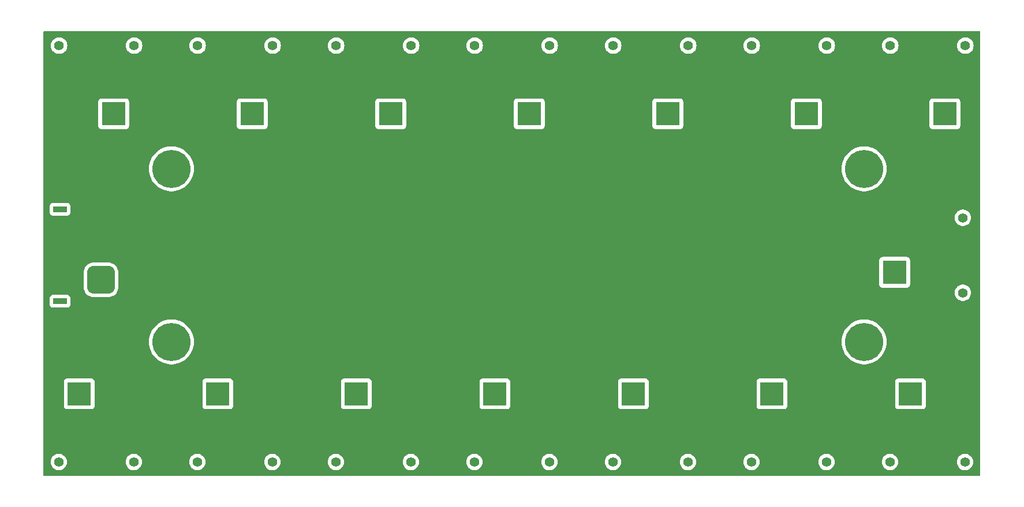
<source format=gbr>
%TF.GenerationSoftware,KiCad,Pcbnew,8.0.2-1*%
%TF.CreationDate,2024-09-06T21:09:21+10:00*%
%TF.ProjectId,ae-bbc-pcb,61652d62-6263-42d7-9063-622e6b696361,rev?*%
%TF.SameCoordinates,Original*%
%TF.FileFunction,Copper,L2,Bot*%
%TF.FilePolarity,Positive*%
%FSLAX46Y46*%
G04 Gerber Fmt 4.6, Leading zero omitted, Abs format (unit mm)*
G04 Created by KiCad (PCBNEW 8.0.2-1) date 2024-09-06 21:09:21*
%MOMM*%
%LPD*%
G01*
G04 APERTURE LIST*
G04 Aperture macros list*
%AMRoundRect*
0 Rectangle with rounded corners*
0 $1 Rounding radius*
0 $2 $3 $4 $5 $6 $7 $8 $9 X,Y pos of 4 corners*
0 Add a 4 corners polygon primitive as box body*
4,1,4,$2,$3,$4,$5,$6,$7,$8,$9,$2,$3,0*
0 Add four circle primitives for the rounded corners*
1,1,$1+$1,$2,$3*
1,1,$1+$1,$4,$5*
1,1,$1+$1,$6,$7*
1,1,$1+$1,$8,$9*
0 Add four rect primitives between the rounded corners*
20,1,$1+$1,$2,$3,$4,$5,0*
20,1,$1+$1,$4,$5,$6,$7,0*
20,1,$1+$1,$6,$7,$8,$9,0*
20,1,$1+$1,$8,$9,$2,$3,0*%
G04 Aperture macros list end*
%TA.AperFunction,ComponentPad*%
%ADD10R,2.000000X0.900000*%
%TD*%
%TA.AperFunction,ComponentPad*%
%ADD11RoundRect,1.025000X1.025000X-1.025000X1.025000X1.025000X-1.025000X1.025000X-1.025000X-1.025000X0*%
%TD*%
%TA.AperFunction,ComponentPad*%
%ADD12C,4.100000*%
%TD*%
%TA.AperFunction,ComponentPad*%
%ADD13C,1.400000*%
%TD*%
%TA.AperFunction,ComponentPad*%
%ADD14R,3.500000X3.500000*%
%TD*%
%TA.AperFunction,ComponentPad*%
%ADD15C,3.500000*%
%TD*%
%TA.AperFunction,ComponentPad*%
%ADD16C,5.600000*%
%TD*%
G04 APERTURE END LIST*
D10*
%TO.P,J1,*%
%TO.N,*%
X137340000Y-148990000D03*
X137340000Y-135490000D03*
D11*
%TO.P,J1,1,Pin_1*%
%TO.N,Net-(J1-Pin_1)*%
X143340000Y-145840000D03*
D12*
%TO.P,J1,2,Pin_2*%
%TO.N,Net-(J1-Pin_2)*%
X143340000Y-138640000D03*
%TD*%
D13*
%TO.P,J4,*%
%TO.N,*%
X137204896Y-111466755D03*
X148204896Y-111466755D03*
D14*
%TO.P,J4,1,Pin_1*%
%TO.N,Net-(J1-Pin_1)*%
X145204896Y-121466755D03*
D15*
%TO.P,J4,2,Pin_2*%
%TO.N,Net-(J1-Pin_2)*%
X140204896Y-121466755D03*
%TD*%
D13*
%TO.P,J16,*%
%TO.N,*%
X259124895Y-111466754D03*
X270124895Y-111466754D03*
D14*
%TO.P,J16,1,Pin_1*%
%TO.N,Net-(J1-Pin_1)*%
X267124895Y-121466754D03*
D15*
%TO.P,J16,2,Pin_2*%
%TO.N,Net-(J1-Pin_2)*%
X262124895Y-121466754D03*
%TD*%
D13*
%TO.P,J15,*%
%TO.N,*%
X270072224Y-172580160D03*
X259072224Y-172580160D03*
D14*
%TO.P,J15,1,Pin_1*%
%TO.N,Net-(J1-Pin_1)*%
X262072224Y-162580160D03*
D15*
%TO.P,J15,2,Pin_2*%
%TO.N,Net-(J1-Pin_2)*%
X267072224Y-162580160D03*
%TD*%
D13*
%TO.P,J14,*%
%TO.N,*%
X238804896Y-111466755D03*
X249804896Y-111466755D03*
D14*
%TO.P,J14,1,Pin_1*%
%TO.N,Net-(J1-Pin_1)*%
X246804896Y-121466755D03*
D15*
%TO.P,J14,2,Pin_2*%
%TO.N,Net-(J1-Pin_2)*%
X241804896Y-121466755D03*
%TD*%
D13*
%TO.P,J13,*%
%TO.N,*%
X249752224Y-172580160D03*
X238752224Y-172580160D03*
D14*
%TO.P,J13,1,Pin_1*%
%TO.N,Net-(J1-Pin_1)*%
X241752224Y-162580160D03*
D15*
%TO.P,J13,2,Pin_2*%
%TO.N,Net-(J1-Pin_2)*%
X246752224Y-162580160D03*
%TD*%
D13*
%TO.P,J12,*%
%TO.N,*%
X218484895Y-111466755D03*
X229484895Y-111466755D03*
D14*
%TO.P,J12,1,Pin_1*%
%TO.N,Net-(J1-Pin_1)*%
X226484895Y-121466755D03*
D15*
%TO.P,J12,2,Pin_2*%
%TO.N,Net-(J1-Pin_2)*%
X221484895Y-121466755D03*
%TD*%
D13*
%TO.P,J11,*%
%TO.N,*%
X229432225Y-172580159D03*
X218432225Y-172580159D03*
D14*
%TO.P,J11,1,Pin_1*%
%TO.N,Net-(J1-Pin_1)*%
X221432225Y-162580159D03*
D15*
%TO.P,J11,2,Pin_2*%
%TO.N,Net-(J1-Pin_2)*%
X226432225Y-162580159D03*
%TD*%
D13*
%TO.P,J10,*%
%TO.N,*%
X198164896Y-111466754D03*
X209164896Y-111466754D03*
D14*
%TO.P,J10,1,Pin_1*%
%TO.N,Net-(J1-Pin_1)*%
X206164896Y-121466754D03*
D15*
%TO.P,J10,2,Pin_2*%
%TO.N,Net-(J1-Pin_2)*%
X201164896Y-121466754D03*
%TD*%
D13*
%TO.P,J9,*%
%TO.N,*%
X209112224Y-172580159D03*
X198112224Y-172580159D03*
D14*
%TO.P,J9,1,Pin_1*%
%TO.N,Net-(J1-Pin_1)*%
X201112224Y-162580159D03*
D15*
%TO.P,J9,2,Pin_2*%
%TO.N,Net-(J1-Pin_2)*%
X206112224Y-162580159D03*
%TD*%
D13*
%TO.P,J8,*%
%TO.N,*%
X177844895Y-111466754D03*
X188844895Y-111466754D03*
D14*
%TO.P,J8,1,Pin_1*%
%TO.N,Net-(J1-Pin_1)*%
X185844895Y-121466754D03*
D15*
%TO.P,J8,2,Pin_2*%
%TO.N,Net-(J1-Pin_2)*%
X180844895Y-121466754D03*
%TD*%
D13*
%TO.P,J7,*%
%TO.N,*%
X188792225Y-172580160D03*
X177792225Y-172580160D03*
D14*
%TO.P,J7,1,Pin_1*%
%TO.N,Net-(J1-Pin_1)*%
X180792225Y-162580160D03*
D15*
%TO.P,J7,2,Pin_2*%
%TO.N,Net-(J1-Pin_2)*%
X185792225Y-162580160D03*
%TD*%
D13*
%TO.P,J6,*%
%TO.N,*%
X157524896Y-111466755D03*
X168524896Y-111466755D03*
D14*
%TO.P,J6,1,Pin_1*%
%TO.N,Net-(J1-Pin_1)*%
X165524896Y-121466755D03*
D15*
%TO.P,J6,2,Pin_2*%
%TO.N,Net-(J1-Pin_2)*%
X160524896Y-121466755D03*
%TD*%
D13*
%TO.P,J5,*%
%TO.N,*%
X168472224Y-172580160D03*
X157472224Y-172580160D03*
D14*
%TO.P,J5,1,Pin_1*%
%TO.N,Net-(J1-Pin_1)*%
X160472224Y-162580160D03*
D15*
%TO.P,J5,2,Pin_2*%
%TO.N,Net-(J1-Pin_2)*%
X165472224Y-162580160D03*
%TD*%
D13*
%TO.P,J3,*%
%TO.N,*%
X148152225Y-172580159D03*
X137152225Y-172580159D03*
D14*
%TO.P,J3,1,Pin_1*%
%TO.N,Net-(J1-Pin_1)*%
X140152225Y-162580159D03*
D15*
%TO.P,J3,2,Pin_2*%
%TO.N,Net-(J1-Pin_2)*%
X145152225Y-162580159D03*
%TD*%
D13*
%TO.P,J2,*%
%TO.N,*%
X269755000Y-136740000D03*
X269755000Y-147740000D03*
D14*
%TO.P,J2,1,Pin_1*%
%TO.N,Net-(J1-Pin_1)*%
X259755000Y-144740000D03*
D15*
%TO.P,J2,2,Pin_2*%
%TO.N,Net-(J1-Pin_2)*%
X259755000Y-139740000D03*
%TD*%
D16*
%TO.P,H2,1*%
%TO.N,N/C*%
X255270000Y-129540000D03*
%TD*%
%TO.P,H4,1*%
%TO.N,N/C*%
X255270000Y-154940000D03*
%TD*%
%TO.P,H1,1*%
%TO.N,N/C*%
X153670000Y-129540000D03*
%TD*%
%TO.P,H3,1*%
%TO.N,N/C*%
X153670000Y-154940000D03*
%TD*%
%TA.AperFunction,Conductor*%
%TO.N,Net-(J1-Pin_2)*%
G36*
X272276539Y-109328000D02*
G01*
X272322294Y-109380804D01*
X272333500Y-109432315D01*
X272333500Y-174495660D01*
X272313815Y-174562699D01*
X272261011Y-174608454D01*
X272209500Y-174619660D01*
X135028500Y-174619660D01*
X134961461Y-174599975D01*
X134915706Y-174547171D01*
X134904500Y-174495660D01*
X134904500Y-172580158D01*
X135946582Y-172580158D01*
X135946582Y-172580159D01*
X135967109Y-172801694D01*
X135967110Y-172801696D01*
X136027994Y-173015682D01*
X136028000Y-173015697D01*
X136127163Y-173214842D01*
X136127168Y-173214850D01*
X136261245Y-173392397D01*
X136425662Y-173542282D01*
X136425664Y-173542284D01*
X136614820Y-173659404D01*
X136614821Y-173659404D01*
X136614824Y-173659406D01*
X136822285Y-173739777D01*
X137040982Y-173780659D01*
X137040984Y-173780659D01*
X137263466Y-173780659D01*
X137263468Y-173780659D01*
X137482165Y-173739777D01*
X137689626Y-173659406D01*
X137878787Y-173542283D01*
X138043206Y-173392395D01*
X138177283Y-173214848D01*
X138276454Y-173015687D01*
X138337340Y-172801695D01*
X138357868Y-172580159D01*
X138357868Y-172580158D01*
X146946582Y-172580158D01*
X146946582Y-172580159D01*
X146967109Y-172801694D01*
X146967110Y-172801696D01*
X147027994Y-173015682D01*
X147028000Y-173015697D01*
X147127163Y-173214842D01*
X147127168Y-173214850D01*
X147261245Y-173392397D01*
X147425662Y-173542282D01*
X147425664Y-173542284D01*
X147614820Y-173659404D01*
X147614821Y-173659404D01*
X147614824Y-173659406D01*
X147822285Y-173739777D01*
X148040982Y-173780659D01*
X148040984Y-173780659D01*
X148263466Y-173780659D01*
X148263468Y-173780659D01*
X148482165Y-173739777D01*
X148689626Y-173659406D01*
X148878787Y-173542283D01*
X149043206Y-173392395D01*
X149177283Y-173214848D01*
X149276454Y-173015687D01*
X149337340Y-172801695D01*
X149357868Y-172580159D01*
X156266581Y-172580159D01*
X156266581Y-172580160D01*
X156287108Y-172801695D01*
X156287109Y-172801697D01*
X156347993Y-173015683D01*
X156347999Y-173015698D01*
X156447162Y-173214843D01*
X156447167Y-173214851D01*
X156581244Y-173392398D01*
X156745661Y-173542283D01*
X156745663Y-173542285D01*
X156934819Y-173659405D01*
X156934820Y-173659405D01*
X156934823Y-173659407D01*
X157142284Y-173739778D01*
X157360981Y-173780660D01*
X157360983Y-173780660D01*
X157583465Y-173780660D01*
X157583467Y-173780660D01*
X157802164Y-173739778D01*
X158009625Y-173659407D01*
X158198786Y-173542284D01*
X158363205Y-173392396D01*
X158497282Y-173214849D01*
X158596453Y-173015688D01*
X158657339Y-172801696D01*
X158677867Y-172580160D01*
X158677867Y-172580159D01*
X167266581Y-172580159D01*
X167266581Y-172580160D01*
X167287108Y-172801695D01*
X167287109Y-172801697D01*
X167347993Y-173015683D01*
X167347999Y-173015698D01*
X167447162Y-173214843D01*
X167447167Y-173214851D01*
X167581244Y-173392398D01*
X167745661Y-173542283D01*
X167745663Y-173542285D01*
X167934819Y-173659405D01*
X167934820Y-173659405D01*
X167934823Y-173659407D01*
X168142284Y-173739778D01*
X168360981Y-173780660D01*
X168360983Y-173780660D01*
X168583465Y-173780660D01*
X168583467Y-173780660D01*
X168802164Y-173739778D01*
X169009625Y-173659407D01*
X169198786Y-173542284D01*
X169363205Y-173392396D01*
X169497282Y-173214849D01*
X169596453Y-173015688D01*
X169657339Y-172801696D01*
X169677867Y-172580160D01*
X169677867Y-172580159D01*
X176586582Y-172580159D01*
X176586582Y-172580160D01*
X176607109Y-172801695D01*
X176607110Y-172801697D01*
X176667994Y-173015683D01*
X176668000Y-173015698D01*
X176767163Y-173214843D01*
X176767168Y-173214851D01*
X176901245Y-173392398D01*
X177065662Y-173542283D01*
X177065664Y-173542285D01*
X177254820Y-173659405D01*
X177254821Y-173659405D01*
X177254824Y-173659407D01*
X177462285Y-173739778D01*
X177680982Y-173780660D01*
X177680984Y-173780660D01*
X177903466Y-173780660D01*
X177903468Y-173780660D01*
X178122165Y-173739778D01*
X178329626Y-173659407D01*
X178518787Y-173542284D01*
X178683206Y-173392396D01*
X178817283Y-173214849D01*
X178916454Y-173015688D01*
X178977340Y-172801696D01*
X178997868Y-172580160D01*
X178997868Y-172580159D01*
X187586582Y-172580159D01*
X187586582Y-172580160D01*
X187607109Y-172801695D01*
X187607110Y-172801697D01*
X187667994Y-173015683D01*
X187668000Y-173015698D01*
X187767163Y-173214843D01*
X187767168Y-173214851D01*
X187901245Y-173392398D01*
X188065662Y-173542283D01*
X188065664Y-173542285D01*
X188254820Y-173659405D01*
X188254821Y-173659405D01*
X188254824Y-173659407D01*
X188462285Y-173739778D01*
X188680982Y-173780660D01*
X188680984Y-173780660D01*
X188903466Y-173780660D01*
X188903468Y-173780660D01*
X189122165Y-173739778D01*
X189329626Y-173659407D01*
X189518787Y-173542284D01*
X189683206Y-173392396D01*
X189817283Y-173214849D01*
X189916454Y-173015688D01*
X189977340Y-172801696D01*
X189997868Y-172580160D01*
X189997868Y-172580158D01*
X196906581Y-172580158D01*
X196906581Y-172580159D01*
X196927108Y-172801694D01*
X196927109Y-172801696D01*
X196987993Y-173015682D01*
X196987999Y-173015697D01*
X197087162Y-173214842D01*
X197087167Y-173214850D01*
X197221244Y-173392397D01*
X197385661Y-173542282D01*
X197385663Y-173542284D01*
X197574819Y-173659404D01*
X197574820Y-173659404D01*
X197574823Y-173659406D01*
X197782284Y-173739777D01*
X198000981Y-173780659D01*
X198000983Y-173780659D01*
X198223465Y-173780659D01*
X198223467Y-173780659D01*
X198442164Y-173739777D01*
X198649625Y-173659406D01*
X198838786Y-173542283D01*
X199003205Y-173392395D01*
X199137282Y-173214848D01*
X199236453Y-173015687D01*
X199297339Y-172801695D01*
X199317867Y-172580159D01*
X199317867Y-172580158D01*
X207906581Y-172580158D01*
X207906581Y-172580159D01*
X207927108Y-172801694D01*
X207927109Y-172801696D01*
X207987993Y-173015682D01*
X207987999Y-173015697D01*
X208087162Y-173214842D01*
X208087167Y-173214850D01*
X208221244Y-173392397D01*
X208385661Y-173542282D01*
X208385663Y-173542284D01*
X208574819Y-173659404D01*
X208574820Y-173659404D01*
X208574823Y-173659406D01*
X208782284Y-173739777D01*
X209000981Y-173780659D01*
X209000983Y-173780659D01*
X209223465Y-173780659D01*
X209223467Y-173780659D01*
X209442164Y-173739777D01*
X209649625Y-173659406D01*
X209838786Y-173542283D01*
X210003205Y-173392395D01*
X210137282Y-173214848D01*
X210236453Y-173015687D01*
X210297339Y-172801695D01*
X210317867Y-172580159D01*
X210317867Y-172580158D01*
X217226582Y-172580158D01*
X217226582Y-172580159D01*
X217247109Y-172801694D01*
X217247110Y-172801696D01*
X217307994Y-173015682D01*
X217308000Y-173015697D01*
X217407163Y-173214842D01*
X217407168Y-173214850D01*
X217541245Y-173392397D01*
X217705662Y-173542282D01*
X217705664Y-173542284D01*
X217894820Y-173659404D01*
X217894821Y-173659404D01*
X217894824Y-173659406D01*
X218102285Y-173739777D01*
X218320982Y-173780659D01*
X218320984Y-173780659D01*
X218543466Y-173780659D01*
X218543468Y-173780659D01*
X218762165Y-173739777D01*
X218969626Y-173659406D01*
X219158787Y-173542283D01*
X219323206Y-173392395D01*
X219457283Y-173214848D01*
X219556454Y-173015687D01*
X219617340Y-172801695D01*
X219637868Y-172580159D01*
X219637868Y-172580158D01*
X228226582Y-172580158D01*
X228226582Y-172580159D01*
X228247109Y-172801694D01*
X228247110Y-172801696D01*
X228307994Y-173015682D01*
X228308000Y-173015697D01*
X228407163Y-173214842D01*
X228407168Y-173214850D01*
X228541245Y-173392397D01*
X228705662Y-173542282D01*
X228705664Y-173542284D01*
X228894820Y-173659404D01*
X228894821Y-173659404D01*
X228894824Y-173659406D01*
X229102285Y-173739777D01*
X229320982Y-173780659D01*
X229320984Y-173780659D01*
X229543466Y-173780659D01*
X229543468Y-173780659D01*
X229762165Y-173739777D01*
X229969626Y-173659406D01*
X230158787Y-173542283D01*
X230323206Y-173392395D01*
X230457283Y-173214848D01*
X230556454Y-173015687D01*
X230617340Y-172801695D01*
X230637868Y-172580159D01*
X237546581Y-172580159D01*
X237546581Y-172580160D01*
X237567108Y-172801695D01*
X237567109Y-172801697D01*
X237627993Y-173015683D01*
X237627999Y-173015698D01*
X237727162Y-173214843D01*
X237727167Y-173214851D01*
X237861244Y-173392398D01*
X238025661Y-173542283D01*
X238025663Y-173542285D01*
X238214819Y-173659405D01*
X238214820Y-173659405D01*
X238214823Y-173659407D01*
X238422284Y-173739778D01*
X238640981Y-173780660D01*
X238640983Y-173780660D01*
X238863465Y-173780660D01*
X238863467Y-173780660D01*
X239082164Y-173739778D01*
X239289625Y-173659407D01*
X239478786Y-173542284D01*
X239643205Y-173392396D01*
X239777282Y-173214849D01*
X239876453Y-173015688D01*
X239937339Y-172801696D01*
X239957867Y-172580160D01*
X239957867Y-172580159D01*
X248546581Y-172580159D01*
X248546581Y-172580160D01*
X248567108Y-172801695D01*
X248567109Y-172801697D01*
X248627993Y-173015683D01*
X248627999Y-173015698D01*
X248727162Y-173214843D01*
X248727167Y-173214851D01*
X248861244Y-173392398D01*
X249025661Y-173542283D01*
X249025663Y-173542285D01*
X249214819Y-173659405D01*
X249214820Y-173659405D01*
X249214823Y-173659407D01*
X249422284Y-173739778D01*
X249640981Y-173780660D01*
X249640983Y-173780660D01*
X249863465Y-173780660D01*
X249863467Y-173780660D01*
X250082164Y-173739778D01*
X250289625Y-173659407D01*
X250478786Y-173542284D01*
X250643205Y-173392396D01*
X250777282Y-173214849D01*
X250876453Y-173015688D01*
X250937339Y-172801696D01*
X250957867Y-172580160D01*
X250957867Y-172580159D01*
X257866581Y-172580159D01*
X257866581Y-172580160D01*
X257887108Y-172801695D01*
X257887109Y-172801697D01*
X257947993Y-173015683D01*
X257947999Y-173015698D01*
X258047162Y-173214843D01*
X258047167Y-173214851D01*
X258181244Y-173392398D01*
X258345661Y-173542283D01*
X258345663Y-173542285D01*
X258534819Y-173659405D01*
X258534820Y-173659405D01*
X258534823Y-173659407D01*
X258742284Y-173739778D01*
X258960981Y-173780660D01*
X258960983Y-173780660D01*
X259183465Y-173780660D01*
X259183467Y-173780660D01*
X259402164Y-173739778D01*
X259609625Y-173659407D01*
X259798786Y-173542284D01*
X259963205Y-173392396D01*
X260097282Y-173214849D01*
X260196453Y-173015688D01*
X260257339Y-172801696D01*
X260277867Y-172580160D01*
X260277867Y-172580159D01*
X268866581Y-172580159D01*
X268866581Y-172580160D01*
X268887108Y-172801695D01*
X268887109Y-172801697D01*
X268947993Y-173015683D01*
X268947999Y-173015698D01*
X269047162Y-173214843D01*
X269047167Y-173214851D01*
X269181244Y-173392398D01*
X269345661Y-173542283D01*
X269345663Y-173542285D01*
X269534819Y-173659405D01*
X269534820Y-173659405D01*
X269534823Y-173659407D01*
X269742284Y-173739778D01*
X269960981Y-173780660D01*
X269960983Y-173780660D01*
X270183465Y-173780660D01*
X270183467Y-173780660D01*
X270402164Y-173739778D01*
X270609625Y-173659407D01*
X270798786Y-173542284D01*
X270963205Y-173392396D01*
X271097282Y-173214849D01*
X271196453Y-173015688D01*
X271257339Y-172801696D01*
X271277867Y-172580160D01*
X271257339Y-172358624D01*
X271196453Y-172144632D01*
X271196448Y-172144621D01*
X271097285Y-171945476D01*
X271097280Y-171945468D01*
X270963203Y-171767921D01*
X270798786Y-171618036D01*
X270798784Y-171618034D01*
X270609628Y-171500914D01*
X270609622Y-171500912D01*
X270402164Y-171420542D01*
X270183467Y-171379660D01*
X269960981Y-171379660D01*
X269742284Y-171420542D01*
X269611088Y-171471367D01*
X269534825Y-171500912D01*
X269534819Y-171500914D01*
X269345663Y-171618034D01*
X269345661Y-171618036D01*
X269181244Y-171767921D01*
X269047167Y-171945468D01*
X269047162Y-171945476D01*
X268947999Y-172144621D01*
X268947993Y-172144636D01*
X268887109Y-172358622D01*
X268887108Y-172358624D01*
X268866581Y-172580159D01*
X260277867Y-172580159D01*
X260257339Y-172358624D01*
X260196453Y-172144632D01*
X260196448Y-172144621D01*
X260097285Y-171945476D01*
X260097280Y-171945468D01*
X259963203Y-171767921D01*
X259798786Y-171618036D01*
X259798784Y-171618034D01*
X259609628Y-171500914D01*
X259609622Y-171500912D01*
X259402164Y-171420542D01*
X259183467Y-171379660D01*
X258960981Y-171379660D01*
X258742284Y-171420542D01*
X258611088Y-171471367D01*
X258534825Y-171500912D01*
X258534819Y-171500914D01*
X258345663Y-171618034D01*
X258345661Y-171618036D01*
X258181244Y-171767921D01*
X258047167Y-171945468D01*
X258047162Y-171945476D01*
X257947999Y-172144621D01*
X257947993Y-172144636D01*
X257887109Y-172358622D01*
X257887108Y-172358624D01*
X257866581Y-172580159D01*
X250957867Y-172580159D01*
X250937339Y-172358624D01*
X250876453Y-172144632D01*
X250876448Y-172144621D01*
X250777285Y-171945476D01*
X250777280Y-171945468D01*
X250643203Y-171767921D01*
X250478786Y-171618036D01*
X250478784Y-171618034D01*
X250289628Y-171500914D01*
X250289622Y-171500912D01*
X250082164Y-171420542D01*
X249863467Y-171379660D01*
X249640981Y-171379660D01*
X249422284Y-171420542D01*
X249291088Y-171471367D01*
X249214825Y-171500912D01*
X249214819Y-171500914D01*
X249025663Y-171618034D01*
X249025661Y-171618036D01*
X248861244Y-171767921D01*
X248727167Y-171945468D01*
X248727162Y-171945476D01*
X248627999Y-172144621D01*
X248627993Y-172144636D01*
X248567109Y-172358622D01*
X248567108Y-172358624D01*
X248546581Y-172580159D01*
X239957867Y-172580159D01*
X239937339Y-172358624D01*
X239876453Y-172144632D01*
X239876448Y-172144621D01*
X239777285Y-171945476D01*
X239777280Y-171945468D01*
X239643203Y-171767921D01*
X239478786Y-171618036D01*
X239478784Y-171618034D01*
X239289628Y-171500914D01*
X239289622Y-171500912D01*
X239082164Y-171420542D01*
X238863467Y-171379660D01*
X238640981Y-171379660D01*
X238422284Y-171420542D01*
X238291088Y-171471367D01*
X238214825Y-171500912D01*
X238214819Y-171500914D01*
X238025663Y-171618034D01*
X238025661Y-171618036D01*
X237861244Y-171767921D01*
X237727167Y-171945468D01*
X237727162Y-171945476D01*
X237627999Y-172144621D01*
X237627993Y-172144636D01*
X237567109Y-172358622D01*
X237567108Y-172358624D01*
X237546581Y-172580159D01*
X230637868Y-172580159D01*
X230617340Y-172358623D01*
X230556454Y-172144631D01*
X230457286Y-171945476D01*
X230457286Y-171945475D01*
X230457281Y-171945467D01*
X230323204Y-171767920D01*
X230158787Y-171618035D01*
X230158785Y-171618033D01*
X229969629Y-171500913D01*
X229969623Y-171500911D01*
X229762165Y-171420541D01*
X229543468Y-171379659D01*
X229320982Y-171379659D01*
X229102285Y-171420541D01*
X228971089Y-171471366D01*
X228894826Y-171500911D01*
X228894820Y-171500913D01*
X228705664Y-171618033D01*
X228705662Y-171618035D01*
X228541245Y-171767920D01*
X228407168Y-171945467D01*
X228407163Y-171945475D01*
X228308000Y-172144620D01*
X228307994Y-172144635D01*
X228247110Y-172358621D01*
X228247109Y-172358623D01*
X228226582Y-172580158D01*
X219637868Y-172580158D01*
X219617340Y-172358623D01*
X219556454Y-172144631D01*
X219457286Y-171945476D01*
X219457286Y-171945475D01*
X219457281Y-171945467D01*
X219323204Y-171767920D01*
X219158787Y-171618035D01*
X219158785Y-171618033D01*
X218969629Y-171500913D01*
X218969623Y-171500911D01*
X218762165Y-171420541D01*
X218543468Y-171379659D01*
X218320982Y-171379659D01*
X218102285Y-171420541D01*
X217971089Y-171471366D01*
X217894826Y-171500911D01*
X217894820Y-171500913D01*
X217705664Y-171618033D01*
X217705662Y-171618035D01*
X217541245Y-171767920D01*
X217407168Y-171945467D01*
X217407163Y-171945475D01*
X217308000Y-172144620D01*
X217307994Y-172144635D01*
X217247110Y-172358621D01*
X217247109Y-172358623D01*
X217226582Y-172580158D01*
X210317867Y-172580158D01*
X210297339Y-172358623D01*
X210236453Y-172144631D01*
X210137285Y-171945476D01*
X210137285Y-171945475D01*
X210137280Y-171945467D01*
X210003203Y-171767920D01*
X209838786Y-171618035D01*
X209838784Y-171618033D01*
X209649628Y-171500913D01*
X209649622Y-171500911D01*
X209442164Y-171420541D01*
X209223467Y-171379659D01*
X209000981Y-171379659D01*
X208782284Y-171420541D01*
X208651088Y-171471366D01*
X208574825Y-171500911D01*
X208574819Y-171500913D01*
X208385663Y-171618033D01*
X208385661Y-171618035D01*
X208221244Y-171767920D01*
X208087167Y-171945467D01*
X208087162Y-171945475D01*
X207987999Y-172144620D01*
X207987993Y-172144635D01*
X207927109Y-172358621D01*
X207927108Y-172358623D01*
X207906581Y-172580158D01*
X199317867Y-172580158D01*
X199297339Y-172358623D01*
X199236453Y-172144631D01*
X199137285Y-171945476D01*
X199137285Y-171945475D01*
X199137280Y-171945467D01*
X199003203Y-171767920D01*
X198838786Y-171618035D01*
X198838784Y-171618033D01*
X198649628Y-171500913D01*
X198649622Y-171500911D01*
X198442164Y-171420541D01*
X198223467Y-171379659D01*
X198000981Y-171379659D01*
X197782284Y-171420541D01*
X197651088Y-171471366D01*
X197574825Y-171500911D01*
X197574819Y-171500913D01*
X197385663Y-171618033D01*
X197385661Y-171618035D01*
X197221244Y-171767920D01*
X197087167Y-171945467D01*
X197087162Y-171945475D01*
X196987999Y-172144620D01*
X196987993Y-172144635D01*
X196927109Y-172358621D01*
X196927108Y-172358623D01*
X196906581Y-172580158D01*
X189997868Y-172580158D01*
X189977340Y-172358624D01*
X189916454Y-172144632D01*
X189916449Y-172144621D01*
X189817286Y-171945476D01*
X189817281Y-171945468D01*
X189683204Y-171767921D01*
X189518787Y-171618036D01*
X189518785Y-171618034D01*
X189329629Y-171500914D01*
X189329623Y-171500912D01*
X189122165Y-171420542D01*
X188903468Y-171379660D01*
X188680982Y-171379660D01*
X188462285Y-171420542D01*
X188331089Y-171471367D01*
X188254826Y-171500912D01*
X188254820Y-171500914D01*
X188065664Y-171618034D01*
X188065662Y-171618036D01*
X187901245Y-171767921D01*
X187767168Y-171945468D01*
X187767163Y-171945476D01*
X187668000Y-172144621D01*
X187667994Y-172144636D01*
X187607110Y-172358622D01*
X187607109Y-172358624D01*
X187586582Y-172580159D01*
X178997868Y-172580159D01*
X178977340Y-172358624D01*
X178916454Y-172144632D01*
X178916449Y-172144621D01*
X178817286Y-171945476D01*
X178817281Y-171945468D01*
X178683204Y-171767921D01*
X178518787Y-171618036D01*
X178518785Y-171618034D01*
X178329629Y-171500914D01*
X178329623Y-171500912D01*
X178122165Y-171420542D01*
X177903468Y-171379660D01*
X177680982Y-171379660D01*
X177462285Y-171420542D01*
X177331089Y-171471367D01*
X177254826Y-171500912D01*
X177254820Y-171500914D01*
X177065664Y-171618034D01*
X177065662Y-171618036D01*
X176901245Y-171767921D01*
X176767168Y-171945468D01*
X176767163Y-171945476D01*
X176668000Y-172144621D01*
X176667994Y-172144636D01*
X176607110Y-172358622D01*
X176607109Y-172358624D01*
X176586582Y-172580159D01*
X169677867Y-172580159D01*
X169657339Y-172358624D01*
X169596453Y-172144632D01*
X169596448Y-172144621D01*
X169497285Y-171945476D01*
X169497280Y-171945468D01*
X169363203Y-171767921D01*
X169198786Y-171618036D01*
X169198784Y-171618034D01*
X169009628Y-171500914D01*
X169009622Y-171500912D01*
X168802164Y-171420542D01*
X168583467Y-171379660D01*
X168360981Y-171379660D01*
X168142284Y-171420542D01*
X168011088Y-171471367D01*
X167934825Y-171500912D01*
X167934819Y-171500914D01*
X167745663Y-171618034D01*
X167745661Y-171618036D01*
X167581244Y-171767921D01*
X167447167Y-171945468D01*
X167447162Y-171945476D01*
X167347999Y-172144621D01*
X167347993Y-172144636D01*
X167287109Y-172358622D01*
X167287108Y-172358624D01*
X167266581Y-172580159D01*
X158677867Y-172580159D01*
X158657339Y-172358624D01*
X158596453Y-172144632D01*
X158596448Y-172144621D01*
X158497285Y-171945476D01*
X158497280Y-171945468D01*
X158363203Y-171767921D01*
X158198786Y-171618036D01*
X158198784Y-171618034D01*
X158009628Y-171500914D01*
X158009622Y-171500912D01*
X157802164Y-171420542D01*
X157583467Y-171379660D01*
X157360981Y-171379660D01*
X157142284Y-171420542D01*
X157011088Y-171471367D01*
X156934825Y-171500912D01*
X156934819Y-171500914D01*
X156745663Y-171618034D01*
X156745661Y-171618036D01*
X156581244Y-171767921D01*
X156447167Y-171945468D01*
X156447162Y-171945476D01*
X156347999Y-172144621D01*
X156347993Y-172144636D01*
X156287109Y-172358622D01*
X156287108Y-172358624D01*
X156266581Y-172580159D01*
X149357868Y-172580159D01*
X149337340Y-172358623D01*
X149276454Y-172144631D01*
X149177286Y-171945476D01*
X149177286Y-171945475D01*
X149177281Y-171945467D01*
X149043204Y-171767920D01*
X148878787Y-171618035D01*
X148878785Y-171618033D01*
X148689629Y-171500913D01*
X148689623Y-171500911D01*
X148482165Y-171420541D01*
X148263468Y-171379659D01*
X148040982Y-171379659D01*
X147822285Y-171420541D01*
X147691089Y-171471366D01*
X147614826Y-171500911D01*
X147614820Y-171500913D01*
X147425664Y-171618033D01*
X147425662Y-171618035D01*
X147261245Y-171767920D01*
X147127168Y-171945467D01*
X147127163Y-171945475D01*
X147028000Y-172144620D01*
X147027994Y-172144635D01*
X146967110Y-172358621D01*
X146967109Y-172358623D01*
X146946582Y-172580158D01*
X138357868Y-172580158D01*
X138337340Y-172358623D01*
X138276454Y-172144631D01*
X138177286Y-171945476D01*
X138177286Y-171945475D01*
X138177281Y-171945467D01*
X138043204Y-171767920D01*
X137878787Y-171618035D01*
X137878785Y-171618033D01*
X137689629Y-171500913D01*
X137689623Y-171500911D01*
X137482165Y-171420541D01*
X137263468Y-171379659D01*
X137040982Y-171379659D01*
X136822285Y-171420541D01*
X136691089Y-171471366D01*
X136614826Y-171500911D01*
X136614820Y-171500913D01*
X136425664Y-171618033D01*
X136425662Y-171618035D01*
X136261245Y-171767920D01*
X136127168Y-171945467D01*
X136127163Y-171945475D01*
X136028000Y-172144620D01*
X136027994Y-172144635D01*
X135967110Y-172358621D01*
X135967109Y-172358623D01*
X135946582Y-172580158D01*
X134904500Y-172580158D01*
X134904500Y-160782294D01*
X137901725Y-160782294D01*
X137901725Y-164378029D01*
X137901726Y-164378035D01*
X137908133Y-164437642D01*
X137958427Y-164572487D01*
X137958431Y-164572494D01*
X138044677Y-164687703D01*
X138044680Y-164687706D01*
X138159889Y-164773952D01*
X138159896Y-164773956D01*
X138294742Y-164824250D01*
X138294741Y-164824250D01*
X138301669Y-164824994D01*
X138354352Y-164830659D01*
X141950097Y-164830658D01*
X142009708Y-164824250D01*
X142144556Y-164773955D01*
X142259771Y-164687705D01*
X142346021Y-164572490D01*
X142396316Y-164437642D01*
X142402725Y-164378032D01*
X142402724Y-160782295D01*
X158221724Y-160782295D01*
X158221724Y-164378030D01*
X158221725Y-164378036D01*
X158228132Y-164437643D01*
X158278426Y-164572488D01*
X158278430Y-164572495D01*
X158364676Y-164687704D01*
X158364679Y-164687707D01*
X158479888Y-164773953D01*
X158479895Y-164773957D01*
X158614741Y-164824251D01*
X158614740Y-164824251D01*
X158621668Y-164824995D01*
X158674351Y-164830660D01*
X162270096Y-164830659D01*
X162329707Y-164824251D01*
X162464555Y-164773956D01*
X162579770Y-164687706D01*
X162666020Y-164572491D01*
X162716315Y-164437643D01*
X162722724Y-164378033D01*
X162722723Y-160782295D01*
X178541725Y-160782295D01*
X178541725Y-164378030D01*
X178541726Y-164378036D01*
X178548133Y-164437643D01*
X178598427Y-164572488D01*
X178598431Y-164572495D01*
X178684677Y-164687704D01*
X178684680Y-164687707D01*
X178799889Y-164773953D01*
X178799896Y-164773957D01*
X178934742Y-164824251D01*
X178934741Y-164824251D01*
X178941669Y-164824995D01*
X178994352Y-164830660D01*
X182590097Y-164830659D01*
X182649708Y-164824251D01*
X182784556Y-164773956D01*
X182899771Y-164687706D01*
X182986021Y-164572491D01*
X183036316Y-164437643D01*
X183042725Y-164378033D01*
X183042724Y-160782294D01*
X198861724Y-160782294D01*
X198861724Y-164378029D01*
X198861725Y-164378035D01*
X198868132Y-164437642D01*
X198918426Y-164572487D01*
X198918430Y-164572494D01*
X199004676Y-164687703D01*
X199004679Y-164687706D01*
X199119888Y-164773952D01*
X199119895Y-164773956D01*
X199254741Y-164824250D01*
X199254740Y-164824250D01*
X199261668Y-164824994D01*
X199314351Y-164830659D01*
X202910096Y-164830658D01*
X202969707Y-164824250D01*
X203104555Y-164773955D01*
X203219770Y-164687705D01*
X203306020Y-164572490D01*
X203356315Y-164437642D01*
X203362724Y-164378032D01*
X203362723Y-160782294D01*
X219181725Y-160782294D01*
X219181725Y-164378029D01*
X219181726Y-164378035D01*
X219188133Y-164437642D01*
X219238427Y-164572487D01*
X219238431Y-164572494D01*
X219324677Y-164687703D01*
X219324680Y-164687706D01*
X219439889Y-164773952D01*
X219439896Y-164773956D01*
X219574742Y-164824250D01*
X219574741Y-164824250D01*
X219581669Y-164824994D01*
X219634352Y-164830659D01*
X223230097Y-164830658D01*
X223289708Y-164824250D01*
X223424556Y-164773955D01*
X223539771Y-164687705D01*
X223626021Y-164572490D01*
X223676316Y-164437642D01*
X223682725Y-164378032D01*
X223682724Y-160782295D01*
X239501724Y-160782295D01*
X239501724Y-164378030D01*
X239501725Y-164378036D01*
X239508132Y-164437643D01*
X239558426Y-164572488D01*
X239558430Y-164572495D01*
X239644676Y-164687704D01*
X239644679Y-164687707D01*
X239759888Y-164773953D01*
X239759895Y-164773957D01*
X239894741Y-164824251D01*
X239894740Y-164824251D01*
X239901668Y-164824995D01*
X239954351Y-164830660D01*
X243550096Y-164830659D01*
X243609707Y-164824251D01*
X243744555Y-164773956D01*
X243859770Y-164687706D01*
X243946020Y-164572491D01*
X243996315Y-164437643D01*
X244002724Y-164378033D01*
X244002723Y-160782295D01*
X259821724Y-160782295D01*
X259821724Y-164378030D01*
X259821725Y-164378036D01*
X259828132Y-164437643D01*
X259878426Y-164572488D01*
X259878430Y-164572495D01*
X259964676Y-164687704D01*
X259964679Y-164687707D01*
X260079888Y-164773953D01*
X260079895Y-164773957D01*
X260214741Y-164824251D01*
X260214740Y-164824251D01*
X260221668Y-164824995D01*
X260274351Y-164830660D01*
X263870096Y-164830659D01*
X263929707Y-164824251D01*
X264064555Y-164773956D01*
X264179770Y-164687706D01*
X264266020Y-164572491D01*
X264316315Y-164437643D01*
X264322724Y-164378033D01*
X264322723Y-160782288D01*
X264316315Y-160722677D01*
X264316314Y-160722675D01*
X264266021Y-160587831D01*
X264266017Y-160587824D01*
X264179771Y-160472615D01*
X264179768Y-160472612D01*
X264064559Y-160386366D01*
X264064552Y-160386362D01*
X263929706Y-160336068D01*
X263929707Y-160336068D01*
X263870107Y-160329661D01*
X263870105Y-160329660D01*
X263870097Y-160329660D01*
X263870088Y-160329660D01*
X260274353Y-160329660D01*
X260274347Y-160329661D01*
X260214740Y-160336068D01*
X260079895Y-160386362D01*
X260079888Y-160386366D01*
X259964679Y-160472612D01*
X259964676Y-160472615D01*
X259878430Y-160587824D01*
X259878426Y-160587831D01*
X259828132Y-160722677D01*
X259821725Y-160782275D01*
X259821725Y-160782283D01*
X259821724Y-160782295D01*
X244002723Y-160782295D01*
X244002723Y-160782288D01*
X243996315Y-160722677D01*
X243996314Y-160722675D01*
X243946021Y-160587831D01*
X243946017Y-160587824D01*
X243859771Y-160472615D01*
X243859768Y-160472612D01*
X243744559Y-160386366D01*
X243744552Y-160386362D01*
X243609706Y-160336068D01*
X243609707Y-160336068D01*
X243550107Y-160329661D01*
X243550105Y-160329660D01*
X243550097Y-160329660D01*
X243550088Y-160329660D01*
X239954353Y-160329660D01*
X239954347Y-160329661D01*
X239894740Y-160336068D01*
X239759895Y-160386362D01*
X239759888Y-160386366D01*
X239644679Y-160472612D01*
X239644676Y-160472615D01*
X239558430Y-160587824D01*
X239558426Y-160587831D01*
X239508132Y-160722677D01*
X239501725Y-160782275D01*
X239501725Y-160782283D01*
X239501724Y-160782295D01*
X223682724Y-160782295D01*
X223682724Y-160782287D01*
X223676316Y-160722676D01*
X223626021Y-160587828D01*
X223626020Y-160587827D01*
X223626018Y-160587823D01*
X223539772Y-160472614D01*
X223539769Y-160472611D01*
X223424560Y-160386365D01*
X223424553Y-160386361D01*
X223289707Y-160336067D01*
X223289708Y-160336067D01*
X223230108Y-160329660D01*
X223230106Y-160329659D01*
X223230098Y-160329659D01*
X223230089Y-160329659D01*
X219634354Y-160329659D01*
X219634348Y-160329660D01*
X219574741Y-160336067D01*
X219439896Y-160386361D01*
X219439889Y-160386365D01*
X219324680Y-160472611D01*
X219324677Y-160472614D01*
X219238431Y-160587823D01*
X219238427Y-160587830D01*
X219188133Y-160722676D01*
X219181726Y-160782275D01*
X219181726Y-160782283D01*
X219181725Y-160782294D01*
X203362723Y-160782294D01*
X203362723Y-160782287D01*
X203356315Y-160722676D01*
X203306020Y-160587828D01*
X203306019Y-160587827D01*
X203306017Y-160587823D01*
X203219771Y-160472614D01*
X203219768Y-160472611D01*
X203104559Y-160386365D01*
X203104552Y-160386361D01*
X202969706Y-160336067D01*
X202969707Y-160336067D01*
X202910107Y-160329660D01*
X202910105Y-160329659D01*
X202910097Y-160329659D01*
X202910088Y-160329659D01*
X199314353Y-160329659D01*
X199314347Y-160329660D01*
X199254740Y-160336067D01*
X199119895Y-160386361D01*
X199119888Y-160386365D01*
X199004679Y-160472611D01*
X199004676Y-160472614D01*
X198918430Y-160587823D01*
X198918426Y-160587830D01*
X198868132Y-160722676D01*
X198861725Y-160782275D01*
X198861725Y-160782283D01*
X198861724Y-160782294D01*
X183042724Y-160782294D01*
X183042724Y-160782288D01*
X183036316Y-160722677D01*
X183036315Y-160722675D01*
X182986022Y-160587831D01*
X182986018Y-160587824D01*
X182899772Y-160472615D01*
X182899769Y-160472612D01*
X182784560Y-160386366D01*
X182784553Y-160386362D01*
X182649707Y-160336068D01*
X182649708Y-160336068D01*
X182590108Y-160329661D01*
X182590106Y-160329660D01*
X182590098Y-160329660D01*
X182590089Y-160329660D01*
X178994354Y-160329660D01*
X178994348Y-160329661D01*
X178934741Y-160336068D01*
X178799896Y-160386362D01*
X178799889Y-160386366D01*
X178684680Y-160472612D01*
X178684677Y-160472615D01*
X178598431Y-160587824D01*
X178598427Y-160587831D01*
X178548133Y-160722677D01*
X178541726Y-160782275D01*
X178541726Y-160782283D01*
X178541725Y-160782295D01*
X162722723Y-160782295D01*
X162722723Y-160782288D01*
X162716315Y-160722677D01*
X162716314Y-160722675D01*
X162666021Y-160587831D01*
X162666017Y-160587824D01*
X162579771Y-160472615D01*
X162579768Y-160472612D01*
X162464559Y-160386366D01*
X162464552Y-160386362D01*
X162329706Y-160336068D01*
X162329707Y-160336068D01*
X162270107Y-160329661D01*
X162270105Y-160329660D01*
X162270097Y-160329660D01*
X162270088Y-160329660D01*
X158674353Y-160329660D01*
X158674347Y-160329661D01*
X158614740Y-160336068D01*
X158479895Y-160386362D01*
X158479888Y-160386366D01*
X158364679Y-160472612D01*
X158364676Y-160472615D01*
X158278430Y-160587824D01*
X158278426Y-160587831D01*
X158228132Y-160722677D01*
X158221725Y-160782275D01*
X158221725Y-160782283D01*
X158221724Y-160782295D01*
X142402724Y-160782295D01*
X142402724Y-160782287D01*
X142396316Y-160722676D01*
X142346021Y-160587828D01*
X142346020Y-160587827D01*
X142346018Y-160587823D01*
X142259772Y-160472614D01*
X142259769Y-160472611D01*
X142144560Y-160386365D01*
X142144553Y-160386361D01*
X142009707Y-160336067D01*
X142009708Y-160336067D01*
X141950108Y-160329660D01*
X141950106Y-160329659D01*
X141950098Y-160329659D01*
X141950089Y-160329659D01*
X138354354Y-160329659D01*
X138354348Y-160329660D01*
X138294741Y-160336067D01*
X138159896Y-160386361D01*
X138159889Y-160386365D01*
X138044680Y-160472611D01*
X138044677Y-160472614D01*
X137958431Y-160587823D01*
X137958427Y-160587830D01*
X137908133Y-160722676D01*
X137901726Y-160782275D01*
X137901726Y-160782283D01*
X137901725Y-160782294D01*
X134904500Y-160782294D01*
X134904500Y-154939997D01*
X150364652Y-154939997D01*
X150364652Y-154940002D01*
X150384028Y-155297368D01*
X150384029Y-155297385D01*
X150441926Y-155650539D01*
X150441932Y-155650565D01*
X150537672Y-155995392D01*
X150537674Y-155995399D01*
X150670142Y-156327870D01*
X150670151Y-156327888D01*
X150837784Y-156644077D01*
X150837790Y-156644086D01*
X151038634Y-156940309D01*
X151038641Y-156940319D01*
X151270331Y-157213085D01*
X151270332Y-157213086D01*
X151530163Y-157459211D01*
X151815081Y-157675800D01*
X152121747Y-157860315D01*
X152121749Y-157860316D01*
X152121751Y-157860317D01*
X152121755Y-157860319D01*
X152446552Y-158010585D01*
X152446565Y-158010591D01*
X152785726Y-158124868D01*
X153135254Y-158201805D01*
X153491052Y-158240500D01*
X153491058Y-158240500D01*
X153848942Y-158240500D01*
X153848948Y-158240500D01*
X154204746Y-158201805D01*
X154554274Y-158124868D01*
X154893435Y-158010591D01*
X155218253Y-157860315D01*
X155524919Y-157675800D01*
X155809837Y-157459211D01*
X156069668Y-157213086D01*
X156301365Y-156940311D01*
X156502211Y-156644085D01*
X156669853Y-156327880D01*
X156802324Y-155995403D01*
X156898071Y-155650552D01*
X156955972Y-155297371D01*
X156975348Y-154940000D01*
X156975348Y-154939997D01*
X251964652Y-154939997D01*
X251964652Y-154940002D01*
X251984028Y-155297368D01*
X251984029Y-155297385D01*
X252041926Y-155650539D01*
X252041932Y-155650565D01*
X252137672Y-155995392D01*
X252137674Y-155995399D01*
X252270142Y-156327870D01*
X252270151Y-156327888D01*
X252437784Y-156644077D01*
X252437790Y-156644086D01*
X252638634Y-156940309D01*
X252638641Y-156940319D01*
X252870331Y-157213085D01*
X252870332Y-157213086D01*
X253130163Y-157459211D01*
X253415081Y-157675800D01*
X253721747Y-157860315D01*
X253721749Y-157860316D01*
X253721751Y-157860317D01*
X253721755Y-157860319D01*
X254046552Y-158010585D01*
X254046565Y-158010591D01*
X254385726Y-158124868D01*
X254735254Y-158201805D01*
X255091052Y-158240500D01*
X255091058Y-158240500D01*
X255448942Y-158240500D01*
X255448948Y-158240500D01*
X255804746Y-158201805D01*
X256154274Y-158124868D01*
X256493435Y-158010591D01*
X256818253Y-157860315D01*
X257124919Y-157675800D01*
X257409837Y-157459211D01*
X257669668Y-157213086D01*
X257901365Y-156940311D01*
X258102211Y-156644085D01*
X258269853Y-156327880D01*
X258402324Y-155995403D01*
X258498071Y-155650552D01*
X258555972Y-155297371D01*
X258575348Y-154940000D01*
X258555972Y-154582629D01*
X258498071Y-154229448D01*
X258402324Y-153884597D01*
X258269853Y-153552120D01*
X258102211Y-153235915D01*
X257901365Y-152939689D01*
X257901361Y-152939684D01*
X257901358Y-152939680D01*
X257669668Y-152666914D01*
X257409837Y-152420789D01*
X257409830Y-152420783D01*
X257409827Y-152420781D01*
X257342245Y-152369407D01*
X257124919Y-152204200D01*
X256818253Y-152019685D01*
X256818252Y-152019684D01*
X256818248Y-152019682D01*
X256818244Y-152019680D01*
X256493447Y-151869414D01*
X256493441Y-151869411D01*
X256493435Y-151869409D01*
X256323854Y-151812270D01*
X256154273Y-151755131D01*
X255804744Y-151678194D01*
X255448949Y-151639500D01*
X255448948Y-151639500D01*
X255091052Y-151639500D01*
X255091050Y-151639500D01*
X254735255Y-151678194D01*
X254385726Y-151755131D01*
X254129970Y-151841306D01*
X254046565Y-151869409D01*
X254046563Y-151869410D01*
X254046552Y-151869414D01*
X253721755Y-152019680D01*
X253721751Y-152019682D01*
X253493367Y-152157096D01*
X253415081Y-152204200D01*
X253326768Y-152271333D01*
X253130172Y-152420781D01*
X253130163Y-152420789D01*
X252870331Y-152666914D01*
X252638641Y-152939680D01*
X252638634Y-152939690D01*
X252437790Y-153235913D01*
X252437784Y-153235922D01*
X252270151Y-153552111D01*
X252270142Y-153552129D01*
X252137674Y-153884600D01*
X252137672Y-153884607D01*
X252041932Y-154229434D01*
X252041926Y-154229460D01*
X251984029Y-154582614D01*
X251984028Y-154582631D01*
X251964652Y-154939997D01*
X156975348Y-154939997D01*
X156955972Y-154582629D01*
X156898071Y-154229448D01*
X156802324Y-153884597D01*
X156669853Y-153552120D01*
X156502211Y-153235915D01*
X156301365Y-152939689D01*
X156301361Y-152939684D01*
X156301358Y-152939680D01*
X156069668Y-152666914D01*
X155809837Y-152420789D01*
X155809830Y-152420783D01*
X155809827Y-152420781D01*
X155742245Y-152369407D01*
X155524919Y-152204200D01*
X155218253Y-152019685D01*
X155218252Y-152019684D01*
X155218248Y-152019682D01*
X155218244Y-152019680D01*
X154893447Y-151869414D01*
X154893441Y-151869411D01*
X154893435Y-151869409D01*
X154723854Y-151812270D01*
X154554273Y-151755131D01*
X154204744Y-151678194D01*
X153848949Y-151639500D01*
X153848948Y-151639500D01*
X153491052Y-151639500D01*
X153491050Y-151639500D01*
X153135255Y-151678194D01*
X152785726Y-151755131D01*
X152529970Y-151841306D01*
X152446565Y-151869409D01*
X152446563Y-151869410D01*
X152446552Y-151869414D01*
X152121755Y-152019680D01*
X152121751Y-152019682D01*
X151893367Y-152157096D01*
X151815081Y-152204200D01*
X151726768Y-152271333D01*
X151530172Y-152420781D01*
X151530163Y-152420789D01*
X151270331Y-152666914D01*
X151038641Y-152939680D01*
X151038634Y-152939690D01*
X150837790Y-153235913D01*
X150837784Y-153235922D01*
X150670151Y-153552111D01*
X150670142Y-153552129D01*
X150537674Y-153884600D01*
X150537672Y-153884607D01*
X150441932Y-154229434D01*
X150441926Y-154229460D01*
X150384029Y-154582614D01*
X150384028Y-154582631D01*
X150364652Y-154939997D01*
X134904500Y-154939997D01*
X134904500Y-148492135D01*
X135839500Y-148492135D01*
X135839500Y-149487870D01*
X135839501Y-149487876D01*
X135845908Y-149547483D01*
X135896202Y-149682328D01*
X135896206Y-149682335D01*
X135982452Y-149797544D01*
X135982455Y-149797547D01*
X136097664Y-149883793D01*
X136097671Y-149883797D01*
X136232517Y-149934091D01*
X136232516Y-149934091D01*
X136239444Y-149934835D01*
X136292127Y-149940500D01*
X138387872Y-149940499D01*
X138447483Y-149934091D01*
X138582331Y-149883796D01*
X138697546Y-149797546D01*
X138783796Y-149682331D01*
X138834091Y-149547483D01*
X138840500Y-149487873D01*
X138840499Y-148492128D01*
X138834091Y-148432517D01*
X138818419Y-148390499D01*
X138783797Y-148297671D01*
X138783793Y-148297664D01*
X138697547Y-148182455D01*
X138697544Y-148182452D01*
X138582335Y-148096206D01*
X138582328Y-148096202D01*
X138447482Y-148045908D01*
X138447483Y-148045908D01*
X138387883Y-148039501D01*
X138387881Y-148039500D01*
X138387873Y-148039500D01*
X138387864Y-148039500D01*
X136292129Y-148039500D01*
X136292123Y-148039501D01*
X136232516Y-148045908D01*
X136097671Y-148096202D01*
X136097664Y-148096206D01*
X135982455Y-148182452D01*
X135982452Y-148182455D01*
X135896206Y-148297664D01*
X135896202Y-148297671D01*
X135845908Y-148432517D01*
X135839501Y-148492116D01*
X135839501Y-148492123D01*
X135839500Y-148492135D01*
X134904500Y-148492135D01*
X134904500Y-144744702D01*
X140789500Y-144744702D01*
X140789500Y-146935292D01*
X140789501Y-146935298D01*
X140799718Y-147080027D01*
X140799718Y-147080031D01*
X140799719Y-147080034D01*
X140799720Y-147080038D01*
X140853834Y-147320314D01*
X140853835Y-147320319D01*
X140933581Y-147518462D01*
X140945795Y-147548809D01*
X141073216Y-147759589D01*
X141073219Y-147759592D01*
X141232798Y-147947201D01*
X141341309Y-148039500D01*
X141420411Y-148106784D01*
X141631191Y-148234205D01*
X141859683Y-148326165D01*
X142099966Y-148380281D01*
X142244705Y-148390500D01*
X144435294Y-148390499D01*
X144580034Y-148380281D01*
X144820317Y-148326165D01*
X145048809Y-148234205D01*
X145259589Y-148106784D01*
X145447201Y-147947201D01*
X145606784Y-147759589D01*
X145618627Y-147739999D01*
X268549357Y-147739999D01*
X268549357Y-147740000D01*
X268569884Y-147961535D01*
X268569885Y-147961537D01*
X268630769Y-148175523D01*
X268630775Y-148175538D01*
X268729938Y-148374683D01*
X268729943Y-148374691D01*
X268864020Y-148552238D01*
X269028437Y-148702123D01*
X269028439Y-148702125D01*
X269217595Y-148819245D01*
X269217596Y-148819245D01*
X269217599Y-148819247D01*
X269425060Y-148899618D01*
X269643757Y-148940500D01*
X269643759Y-148940500D01*
X269866241Y-148940500D01*
X269866243Y-148940500D01*
X270084940Y-148899618D01*
X270292401Y-148819247D01*
X270481562Y-148702124D01*
X270645981Y-148552236D01*
X270780058Y-148374689D01*
X270879229Y-148175528D01*
X270940115Y-147961536D01*
X270960643Y-147740000D01*
X270940115Y-147518464D01*
X270879229Y-147304472D01*
X270879224Y-147304461D01*
X270780061Y-147105316D01*
X270780056Y-147105308D01*
X270645979Y-146927761D01*
X270481562Y-146777876D01*
X270481560Y-146777874D01*
X270292404Y-146660754D01*
X270292398Y-146660752D01*
X270084940Y-146580382D01*
X269866243Y-146539500D01*
X269643757Y-146539500D01*
X269425060Y-146580382D01*
X269293864Y-146631207D01*
X269217601Y-146660752D01*
X269217595Y-146660754D01*
X269028439Y-146777874D01*
X269028437Y-146777876D01*
X268864020Y-146927761D01*
X268729943Y-147105308D01*
X268729938Y-147105316D01*
X268630775Y-147304461D01*
X268630769Y-147304476D01*
X268569885Y-147518462D01*
X268569884Y-147518464D01*
X268549357Y-147739999D01*
X145618627Y-147739999D01*
X145734205Y-147548809D01*
X145826165Y-147320317D01*
X145880281Y-147080034D01*
X145890500Y-146935295D01*
X145890499Y-144744706D01*
X145880281Y-144599966D01*
X145826165Y-144359683D01*
X145734205Y-144131191D01*
X145606784Y-143920411D01*
X145540930Y-143842990D01*
X145447201Y-143732798D01*
X145317654Y-143622606D01*
X145259589Y-143573216D01*
X145048809Y-143445795D01*
X144820318Y-143353835D01*
X144580036Y-143299719D01*
X144580029Y-143299718D01*
X144435296Y-143289500D01*
X142244707Y-143289500D01*
X142244701Y-143289501D01*
X142099972Y-143299718D01*
X142099966Y-143299718D01*
X142099966Y-143299719D01*
X142099963Y-143299719D01*
X142099961Y-143299720D01*
X141859685Y-143353834D01*
X141859680Y-143353835D01*
X141631190Y-143445795D01*
X141631185Y-143445798D01*
X141420417Y-143573212D01*
X141420407Y-143573219D01*
X141232798Y-143732798D01*
X141073219Y-143920407D01*
X141073212Y-143920417D01*
X140945798Y-144131185D01*
X140945795Y-144131190D01*
X140853835Y-144359680D01*
X140853835Y-144359682D01*
X140799719Y-144599963D01*
X140799718Y-144599970D01*
X140789500Y-144744702D01*
X134904500Y-144744702D01*
X134904500Y-142942135D01*
X257504500Y-142942135D01*
X257504500Y-146537870D01*
X257504501Y-146537876D01*
X257510908Y-146597483D01*
X257561202Y-146732328D01*
X257561206Y-146732335D01*
X257647452Y-146847544D01*
X257647455Y-146847547D01*
X257762664Y-146933793D01*
X257762671Y-146933797D01*
X257897517Y-146984091D01*
X257897516Y-146984091D01*
X257904444Y-146984835D01*
X257957127Y-146990500D01*
X261552872Y-146990499D01*
X261612483Y-146984091D01*
X261747331Y-146933796D01*
X261862546Y-146847546D01*
X261948796Y-146732331D01*
X261999091Y-146597483D01*
X262005500Y-146537873D01*
X262005499Y-142942128D01*
X261999091Y-142882517D01*
X261948796Y-142747669D01*
X261948795Y-142747668D01*
X261948793Y-142747664D01*
X261862547Y-142632455D01*
X261862544Y-142632452D01*
X261747335Y-142546206D01*
X261747328Y-142546202D01*
X261612482Y-142495908D01*
X261612483Y-142495908D01*
X261552883Y-142489501D01*
X261552881Y-142489500D01*
X261552873Y-142489500D01*
X261552864Y-142489500D01*
X257957129Y-142489500D01*
X257957123Y-142489501D01*
X257897516Y-142495908D01*
X257762671Y-142546202D01*
X257762664Y-142546206D01*
X257647455Y-142632452D01*
X257647452Y-142632455D01*
X257561206Y-142747664D01*
X257561202Y-142747671D01*
X257510908Y-142882517D01*
X257504501Y-142942116D01*
X257504501Y-142942123D01*
X257504500Y-142942135D01*
X134904500Y-142942135D01*
X134904500Y-136739999D01*
X268549357Y-136739999D01*
X268549357Y-136740000D01*
X268569884Y-136961535D01*
X268569885Y-136961537D01*
X268630769Y-137175523D01*
X268630775Y-137175538D01*
X268729938Y-137374683D01*
X268729943Y-137374691D01*
X268864020Y-137552238D01*
X269028437Y-137702123D01*
X269028439Y-137702125D01*
X269217595Y-137819245D01*
X269217596Y-137819245D01*
X269217599Y-137819247D01*
X269425060Y-137899618D01*
X269643757Y-137940500D01*
X269643759Y-137940500D01*
X269866241Y-137940500D01*
X269866243Y-137940500D01*
X270084940Y-137899618D01*
X270292401Y-137819247D01*
X270481562Y-137702124D01*
X270645981Y-137552236D01*
X270780058Y-137374689D01*
X270879229Y-137175528D01*
X270940115Y-136961536D01*
X270960643Y-136740000D01*
X270940115Y-136518464D01*
X270879229Y-136304472D01*
X270875781Y-136297547D01*
X270780061Y-136105316D01*
X270780056Y-136105308D01*
X270645979Y-135927761D01*
X270481562Y-135777876D01*
X270481560Y-135777874D01*
X270292404Y-135660754D01*
X270292398Y-135660752D01*
X270084940Y-135580382D01*
X269866243Y-135539500D01*
X269643757Y-135539500D01*
X269425060Y-135580382D01*
X269293864Y-135631207D01*
X269217601Y-135660752D01*
X269217595Y-135660754D01*
X269028439Y-135777874D01*
X269028437Y-135777876D01*
X268864020Y-135927761D01*
X268729943Y-136105308D01*
X268729938Y-136105316D01*
X268630775Y-136304461D01*
X268630769Y-136304476D01*
X268569885Y-136518462D01*
X268569884Y-136518464D01*
X268549357Y-136739999D01*
X134904500Y-136739999D01*
X134904500Y-134992135D01*
X135839500Y-134992135D01*
X135839500Y-135987870D01*
X135839501Y-135987876D01*
X135845908Y-136047483D01*
X135896202Y-136182328D01*
X135896206Y-136182335D01*
X135982452Y-136297544D01*
X135982455Y-136297547D01*
X136097664Y-136383793D01*
X136097671Y-136383797D01*
X136232517Y-136434091D01*
X136232516Y-136434091D01*
X136239444Y-136434835D01*
X136292127Y-136440500D01*
X138387872Y-136440499D01*
X138447483Y-136434091D01*
X138582331Y-136383796D01*
X138697546Y-136297546D01*
X138783796Y-136182331D01*
X138834091Y-136047483D01*
X138840500Y-135987873D01*
X138840499Y-134992128D01*
X138834091Y-134932517D01*
X138783796Y-134797669D01*
X138783795Y-134797668D01*
X138783793Y-134797664D01*
X138697547Y-134682455D01*
X138697544Y-134682452D01*
X138582335Y-134596206D01*
X138582328Y-134596202D01*
X138447482Y-134545908D01*
X138447483Y-134545908D01*
X138387883Y-134539501D01*
X138387881Y-134539500D01*
X138387873Y-134539500D01*
X138387864Y-134539500D01*
X136292129Y-134539500D01*
X136292123Y-134539501D01*
X136232516Y-134545908D01*
X136097671Y-134596202D01*
X136097664Y-134596206D01*
X135982455Y-134682452D01*
X135982452Y-134682455D01*
X135896206Y-134797664D01*
X135896202Y-134797671D01*
X135845908Y-134932517D01*
X135839501Y-134992116D01*
X135839501Y-134992123D01*
X135839500Y-134992135D01*
X134904500Y-134992135D01*
X134904500Y-129539997D01*
X150364652Y-129539997D01*
X150364652Y-129540002D01*
X150384028Y-129897368D01*
X150384029Y-129897385D01*
X150441926Y-130250539D01*
X150441932Y-130250565D01*
X150537672Y-130595392D01*
X150537674Y-130595399D01*
X150670142Y-130927870D01*
X150670151Y-130927888D01*
X150837784Y-131244077D01*
X150837790Y-131244086D01*
X151038634Y-131540309D01*
X151038641Y-131540319D01*
X151270331Y-131813085D01*
X151270332Y-131813086D01*
X151530163Y-132059211D01*
X151815081Y-132275800D01*
X152121747Y-132460315D01*
X152121749Y-132460316D01*
X152121751Y-132460317D01*
X152121755Y-132460319D01*
X152446552Y-132610585D01*
X152446565Y-132610591D01*
X152785726Y-132724868D01*
X153135254Y-132801805D01*
X153491052Y-132840500D01*
X153491058Y-132840500D01*
X153848942Y-132840500D01*
X153848948Y-132840500D01*
X154204746Y-132801805D01*
X154554274Y-132724868D01*
X154893435Y-132610591D01*
X155218253Y-132460315D01*
X155524919Y-132275800D01*
X155809837Y-132059211D01*
X156069668Y-131813086D01*
X156301365Y-131540311D01*
X156502211Y-131244085D01*
X156669853Y-130927880D01*
X156802324Y-130595403D01*
X156898071Y-130250552D01*
X156955972Y-129897371D01*
X156975348Y-129540000D01*
X156975348Y-129539997D01*
X251964652Y-129539997D01*
X251964652Y-129540002D01*
X251984028Y-129897368D01*
X251984029Y-129897385D01*
X252041926Y-130250539D01*
X252041932Y-130250565D01*
X252137672Y-130595392D01*
X252137674Y-130595399D01*
X252270142Y-130927870D01*
X252270151Y-130927888D01*
X252437784Y-131244077D01*
X252437790Y-131244086D01*
X252638634Y-131540309D01*
X252638641Y-131540319D01*
X252870331Y-131813085D01*
X252870332Y-131813086D01*
X253130163Y-132059211D01*
X253415081Y-132275800D01*
X253721747Y-132460315D01*
X253721749Y-132460316D01*
X253721751Y-132460317D01*
X253721755Y-132460319D01*
X254046552Y-132610585D01*
X254046565Y-132610591D01*
X254385726Y-132724868D01*
X254735254Y-132801805D01*
X255091052Y-132840500D01*
X255091058Y-132840500D01*
X255448942Y-132840500D01*
X255448948Y-132840500D01*
X255804746Y-132801805D01*
X256154274Y-132724868D01*
X256493435Y-132610591D01*
X256818253Y-132460315D01*
X257124919Y-132275800D01*
X257409837Y-132059211D01*
X257669668Y-131813086D01*
X257901365Y-131540311D01*
X258102211Y-131244085D01*
X258269853Y-130927880D01*
X258402324Y-130595403D01*
X258498071Y-130250552D01*
X258555972Y-129897371D01*
X258575348Y-129540000D01*
X258555972Y-129182629D01*
X258498071Y-128829448D01*
X258402324Y-128484597D01*
X258269853Y-128152120D01*
X258102211Y-127835915D01*
X257901365Y-127539689D01*
X257901361Y-127539684D01*
X257901358Y-127539680D01*
X257669668Y-127266914D01*
X257409837Y-127020789D01*
X257409830Y-127020783D01*
X257409827Y-127020781D01*
X257342245Y-126969407D01*
X257124919Y-126804200D01*
X256818253Y-126619685D01*
X256818252Y-126619684D01*
X256818248Y-126619682D01*
X256818244Y-126619680D01*
X256493447Y-126469414D01*
X256493441Y-126469411D01*
X256493435Y-126469409D01*
X256323854Y-126412270D01*
X256154273Y-126355131D01*
X255804744Y-126278194D01*
X255448949Y-126239500D01*
X255448948Y-126239500D01*
X255091052Y-126239500D01*
X255091050Y-126239500D01*
X254735255Y-126278194D01*
X254385726Y-126355131D01*
X254129970Y-126441306D01*
X254046565Y-126469409D01*
X254046563Y-126469410D01*
X254046552Y-126469414D01*
X253721755Y-126619680D01*
X253721751Y-126619682D01*
X253493367Y-126757096D01*
X253415081Y-126804200D01*
X253326768Y-126871333D01*
X253130172Y-127020781D01*
X253130163Y-127020789D01*
X252870331Y-127266914D01*
X252638641Y-127539680D01*
X252638634Y-127539690D01*
X252437790Y-127835913D01*
X252437784Y-127835922D01*
X252270151Y-128152111D01*
X252270142Y-128152129D01*
X252137674Y-128484600D01*
X252137672Y-128484607D01*
X252041932Y-128829434D01*
X252041926Y-128829460D01*
X251984029Y-129182614D01*
X251984028Y-129182631D01*
X251964652Y-129539997D01*
X156975348Y-129539997D01*
X156955972Y-129182629D01*
X156898071Y-128829448D01*
X156802324Y-128484597D01*
X156669853Y-128152120D01*
X156502211Y-127835915D01*
X156301365Y-127539689D01*
X156301361Y-127539684D01*
X156301358Y-127539680D01*
X156069668Y-127266914D01*
X155809837Y-127020789D01*
X155809830Y-127020783D01*
X155809827Y-127020781D01*
X155742245Y-126969407D01*
X155524919Y-126804200D01*
X155218253Y-126619685D01*
X155218252Y-126619684D01*
X155218248Y-126619682D01*
X155218244Y-126619680D01*
X154893447Y-126469414D01*
X154893441Y-126469411D01*
X154893435Y-126469409D01*
X154723854Y-126412270D01*
X154554273Y-126355131D01*
X154204744Y-126278194D01*
X153848949Y-126239500D01*
X153848948Y-126239500D01*
X153491052Y-126239500D01*
X153491050Y-126239500D01*
X153135255Y-126278194D01*
X152785726Y-126355131D01*
X152529970Y-126441306D01*
X152446565Y-126469409D01*
X152446563Y-126469410D01*
X152446552Y-126469414D01*
X152121755Y-126619680D01*
X152121751Y-126619682D01*
X151893367Y-126757096D01*
X151815081Y-126804200D01*
X151726768Y-126871333D01*
X151530172Y-127020781D01*
X151530163Y-127020789D01*
X151270331Y-127266914D01*
X151038641Y-127539680D01*
X151038634Y-127539690D01*
X150837790Y-127835913D01*
X150837784Y-127835922D01*
X150670151Y-128152111D01*
X150670142Y-128152129D01*
X150537674Y-128484600D01*
X150537672Y-128484607D01*
X150441932Y-128829434D01*
X150441926Y-128829460D01*
X150384029Y-129182614D01*
X150384028Y-129182631D01*
X150364652Y-129539997D01*
X134904500Y-129539997D01*
X134904500Y-119668890D01*
X142954396Y-119668890D01*
X142954396Y-123264625D01*
X142954397Y-123264631D01*
X142960804Y-123324238D01*
X143011098Y-123459083D01*
X143011102Y-123459090D01*
X143097348Y-123574299D01*
X143097351Y-123574302D01*
X143212560Y-123660548D01*
X143212567Y-123660552D01*
X143347413Y-123710846D01*
X143347412Y-123710846D01*
X143354340Y-123711590D01*
X143407023Y-123717255D01*
X147002768Y-123717254D01*
X147062379Y-123710846D01*
X147197227Y-123660551D01*
X147312442Y-123574301D01*
X147398692Y-123459086D01*
X147448987Y-123324238D01*
X147455396Y-123264628D01*
X147455395Y-119668890D01*
X163274396Y-119668890D01*
X163274396Y-123264625D01*
X163274397Y-123264631D01*
X163280804Y-123324238D01*
X163331098Y-123459083D01*
X163331102Y-123459090D01*
X163417348Y-123574299D01*
X163417351Y-123574302D01*
X163532560Y-123660548D01*
X163532567Y-123660552D01*
X163667413Y-123710846D01*
X163667412Y-123710846D01*
X163674340Y-123711590D01*
X163727023Y-123717255D01*
X167322768Y-123717254D01*
X167382379Y-123710846D01*
X167517227Y-123660551D01*
X167632442Y-123574301D01*
X167718692Y-123459086D01*
X167768987Y-123324238D01*
X167775396Y-123264628D01*
X167775395Y-119668889D01*
X183594395Y-119668889D01*
X183594395Y-123264624D01*
X183594396Y-123264630D01*
X183600803Y-123324237D01*
X183651097Y-123459082D01*
X183651101Y-123459089D01*
X183737347Y-123574298D01*
X183737350Y-123574301D01*
X183852559Y-123660547D01*
X183852566Y-123660551D01*
X183987412Y-123710845D01*
X183987411Y-123710845D01*
X183994339Y-123711589D01*
X184047022Y-123717254D01*
X187642767Y-123717253D01*
X187702378Y-123710845D01*
X187837226Y-123660550D01*
X187952441Y-123574300D01*
X188038691Y-123459085D01*
X188088986Y-123324237D01*
X188095395Y-123264627D01*
X188095394Y-119668889D01*
X203914396Y-119668889D01*
X203914396Y-123264624D01*
X203914397Y-123264630D01*
X203920804Y-123324237D01*
X203971098Y-123459082D01*
X203971102Y-123459089D01*
X204057348Y-123574298D01*
X204057351Y-123574301D01*
X204172560Y-123660547D01*
X204172567Y-123660551D01*
X204307413Y-123710845D01*
X204307412Y-123710845D01*
X204314340Y-123711589D01*
X204367023Y-123717254D01*
X207962768Y-123717253D01*
X208022379Y-123710845D01*
X208157227Y-123660550D01*
X208272442Y-123574300D01*
X208358692Y-123459085D01*
X208408987Y-123324237D01*
X208415396Y-123264627D01*
X208415395Y-119668890D01*
X224234395Y-119668890D01*
X224234395Y-123264625D01*
X224234396Y-123264631D01*
X224240803Y-123324238D01*
X224291097Y-123459083D01*
X224291101Y-123459090D01*
X224377347Y-123574299D01*
X224377350Y-123574302D01*
X224492559Y-123660548D01*
X224492566Y-123660552D01*
X224627412Y-123710846D01*
X224627411Y-123710846D01*
X224634339Y-123711590D01*
X224687022Y-123717255D01*
X228282767Y-123717254D01*
X228342378Y-123710846D01*
X228477226Y-123660551D01*
X228592441Y-123574301D01*
X228678691Y-123459086D01*
X228728986Y-123324238D01*
X228735395Y-123264628D01*
X228735394Y-119668890D01*
X244554396Y-119668890D01*
X244554396Y-123264625D01*
X244554397Y-123264631D01*
X244560804Y-123324238D01*
X244611098Y-123459083D01*
X244611102Y-123459090D01*
X244697348Y-123574299D01*
X244697351Y-123574302D01*
X244812560Y-123660548D01*
X244812567Y-123660552D01*
X244947413Y-123710846D01*
X244947412Y-123710846D01*
X244954340Y-123711590D01*
X245007023Y-123717255D01*
X248602768Y-123717254D01*
X248662379Y-123710846D01*
X248797227Y-123660551D01*
X248912442Y-123574301D01*
X248998692Y-123459086D01*
X249048987Y-123324238D01*
X249055396Y-123264628D01*
X249055395Y-119668889D01*
X264874395Y-119668889D01*
X264874395Y-123264624D01*
X264874396Y-123264630D01*
X264880803Y-123324237D01*
X264931097Y-123459082D01*
X264931101Y-123459089D01*
X265017347Y-123574298D01*
X265017350Y-123574301D01*
X265132559Y-123660547D01*
X265132566Y-123660551D01*
X265267412Y-123710845D01*
X265267411Y-123710845D01*
X265274339Y-123711589D01*
X265327022Y-123717254D01*
X268922767Y-123717253D01*
X268982378Y-123710845D01*
X269117226Y-123660550D01*
X269232441Y-123574300D01*
X269318691Y-123459085D01*
X269368986Y-123324237D01*
X269375395Y-123264627D01*
X269375394Y-119668882D01*
X269368986Y-119609271D01*
X269318691Y-119474423D01*
X269318690Y-119474422D01*
X269318688Y-119474418D01*
X269232442Y-119359209D01*
X269232439Y-119359206D01*
X269117230Y-119272960D01*
X269117223Y-119272956D01*
X268982377Y-119222662D01*
X268982378Y-119222662D01*
X268922778Y-119216255D01*
X268922776Y-119216254D01*
X268922768Y-119216254D01*
X268922759Y-119216254D01*
X265327024Y-119216254D01*
X265327018Y-119216255D01*
X265267411Y-119222662D01*
X265132566Y-119272956D01*
X265132559Y-119272960D01*
X265017350Y-119359206D01*
X265017347Y-119359209D01*
X264931101Y-119474418D01*
X264931097Y-119474425D01*
X264880803Y-119609271D01*
X264874396Y-119668870D01*
X264874396Y-119668878D01*
X264874395Y-119668889D01*
X249055395Y-119668889D01*
X249055395Y-119668883D01*
X249048987Y-119609272D01*
X249048986Y-119609270D01*
X248998693Y-119474426D01*
X248998689Y-119474419D01*
X248912443Y-119359210D01*
X248912440Y-119359207D01*
X248797231Y-119272961D01*
X248797224Y-119272957D01*
X248662378Y-119222663D01*
X248662379Y-119222663D01*
X248602779Y-119216256D01*
X248602777Y-119216255D01*
X248602769Y-119216255D01*
X248602760Y-119216255D01*
X245007025Y-119216255D01*
X245007019Y-119216256D01*
X244947412Y-119222663D01*
X244812567Y-119272957D01*
X244812560Y-119272961D01*
X244697351Y-119359207D01*
X244697348Y-119359210D01*
X244611102Y-119474419D01*
X244611098Y-119474426D01*
X244560804Y-119609272D01*
X244554397Y-119668870D01*
X244554397Y-119668878D01*
X244554396Y-119668890D01*
X228735394Y-119668890D01*
X228735394Y-119668883D01*
X228728986Y-119609272D01*
X228728985Y-119609270D01*
X228678692Y-119474426D01*
X228678688Y-119474419D01*
X228592442Y-119359210D01*
X228592439Y-119359207D01*
X228477230Y-119272961D01*
X228477223Y-119272957D01*
X228342377Y-119222663D01*
X228342378Y-119222663D01*
X228282778Y-119216256D01*
X228282776Y-119216255D01*
X228282768Y-119216255D01*
X228282759Y-119216255D01*
X224687024Y-119216255D01*
X224687018Y-119216256D01*
X224627411Y-119222663D01*
X224492566Y-119272957D01*
X224492559Y-119272961D01*
X224377350Y-119359207D01*
X224377347Y-119359210D01*
X224291101Y-119474419D01*
X224291097Y-119474426D01*
X224240803Y-119609272D01*
X224234396Y-119668870D01*
X224234396Y-119668878D01*
X224234395Y-119668890D01*
X208415395Y-119668890D01*
X208415395Y-119668882D01*
X208408987Y-119609271D01*
X208358692Y-119474423D01*
X208358691Y-119474422D01*
X208358689Y-119474418D01*
X208272443Y-119359209D01*
X208272440Y-119359206D01*
X208157231Y-119272960D01*
X208157224Y-119272956D01*
X208022378Y-119222662D01*
X208022379Y-119222662D01*
X207962779Y-119216255D01*
X207962777Y-119216254D01*
X207962769Y-119216254D01*
X207962760Y-119216254D01*
X204367025Y-119216254D01*
X204367019Y-119216255D01*
X204307412Y-119222662D01*
X204172567Y-119272956D01*
X204172560Y-119272960D01*
X204057351Y-119359206D01*
X204057348Y-119359209D01*
X203971102Y-119474418D01*
X203971098Y-119474425D01*
X203920804Y-119609271D01*
X203914397Y-119668870D01*
X203914397Y-119668878D01*
X203914396Y-119668889D01*
X188095394Y-119668889D01*
X188095394Y-119668882D01*
X188088986Y-119609271D01*
X188038691Y-119474423D01*
X188038690Y-119474422D01*
X188038688Y-119474418D01*
X187952442Y-119359209D01*
X187952439Y-119359206D01*
X187837230Y-119272960D01*
X187837223Y-119272956D01*
X187702377Y-119222662D01*
X187702378Y-119222662D01*
X187642778Y-119216255D01*
X187642776Y-119216254D01*
X187642768Y-119216254D01*
X187642759Y-119216254D01*
X184047024Y-119216254D01*
X184047018Y-119216255D01*
X183987411Y-119222662D01*
X183852566Y-119272956D01*
X183852559Y-119272960D01*
X183737350Y-119359206D01*
X183737347Y-119359209D01*
X183651101Y-119474418D01*
X183651097Y-119474425D01*
X183600803Y-119609271D01*
X183594396Y-119668870D01*
X183594396Y-119668878D01*
X183594395Y-119668889D01*
X167775395Y-119668889D01*
X167775395Y-119668883D01*
X167768987Y-119609272D01*
X167768986Y-119609270D01*
X167718693Y-119474426D01*
X167718689Y-119474419D01*
X167632443Y-119359210D01*
X167632440Y-119359207D01*
X167517231Y-119272961D01*
X167517224Y-119272957D01*
X167382378Y-119222663D01*
X167382379Y-119222663D01*
X167322779Y-119216256D01*
X167322777Y-119216255D01*
X167322769Y-119216255D01*
X167322760Y-119216255D01*
X163727025Y-119216255D01*
X163727019Y-119216256D01*
X163667412Y-119222663D01*
X163532567Y-119272957D01*
X163532560Y-119272961D01*
X163417351Y-119359207D01*
X163417348Y-119359210D01*
X163331102Y-119474419D01*
X163331098Y-119474426D01*
X163280804Y-119609272D01*
X163274397Y-119668870D01*
X163274397Y-119668878D01*
X163274396Y-119668890D01*
X147455395Y-119668890D01*
X147455395Y-119668883D01*
X147448987Y-119609272D01*
X147448986Y-119609270D01*
X147398693Y-119474426D01*
X147398689Y-119474419D01*
X147312443Y-119359210D01*
X147312440Y-119359207D01*
X147197231Y-119272961D01*
X147197224Y-119272957D01*
X147062378Y-119222663D01*
X147062379Y-119222663D01*
X147002779Y-119216256D01*
X147002777Y-119216255D01*
X147002769Y-119216255D01*
X147002760Y-119216255D01*
X143407025Y-119216255D01*
X143407019Y-119216256D01*
X143347412Y-119222663D01*
X143212567Y-119272957D01*
X143212560Y-119272961D01*
X143097351Y-119359207D01*
X143097348Y-119359210D01*
X143011102Y-119474419D01*
X143011098Y-119474426D01*
X142960804Y-119609272D01*
X142954397Y-119668870D01*
X142954397Y-119668878D01*
X142954396Y-119668890D01*
X134904500Y-119668890D01*
X134904500Y-111466754D01*
X135999253Y-111466754D01*
X135999253Y-111466755D01*
X136019780Y-111688290D01*
X136019781Y-111688292D01*
X136080665Y-111902278D01*
X136080671Y-111902293D01*
X136179834Y-112101438D01*
X136179839Y-112101446D01*
X136313916Y-112278993D01*
X136478333Y-112428878D01*
X136478335Y-112428880D01*
X136667491Y-112546000D01*
X136667492Y-112546000D01*
X136667495Y-112546002D01*
X136874956Y-112626373D01*
X137093653Y-112667255D01*
X137093655Y-112667255D01*
X137316137Y-112667255D01*
X137316139Y-112667255D01*
X137534836Y-112626373D01*
X137742297Y-112546002D01*
X137931458Y-112428879D01*
X138095877Y-112278991D01*
X138229954Y-112101444D01*
X138329125Y-111902283D01*
X138390011Y-111688291D01*
X138410539Y-111466755D01*
X138410539Y-111466754D01*
X146999253Y-111466754D01*
X146999253Y-111466755D01*
X147019780Y-111688290D01*
X147019781Y-111688292D01*
X147080665Y-111902278D01*
X147080671Y-111902293D01*
X147179834Y-112101438D01*
X147179839Y-112101446D01*
X147313916Y-112278993D01*
X147478333Y-112428878D01*
X147478335Y-112428880D01*
X147667491Y-112546000D01*
X147667492Y-112546000D01*
X147667495Y-112546002D01*
X147874956Y-112626373D01*
X148093653Y-112667255D01*
X148093655Y-112667255D01*
X148316137Y-112667255D01*
X148316139Y-112667255D01*
X148534836Y-112626373D01*
X148742297Y-112546002D01*
X148931458Y-112428879D01*
X149095877Y-112278991D01*
X149229954Y-112101444D01*
X149329125Y-111902283D01*
X149390011Y-111688291D01*
X149410539Y-111466755D01*
X149410539Y-111466754D01*
X156319253Y-111466754D01*
X156319253Y-111466755D01*
X156339780Y-111688290D01*
X156339781Y-111688292D01*
X156400665Y-111902278D01*
X156400671Y-111902293D01*
X156499834Y-112101438D01*
X156499839Y-112101446D01*
X156633916Y-112278993D01*
X156798333Y-112428878D01*
X156798335Y-112428880D01*
X156987491Y-112546000D01*
X156987492Y-112546000D01*
X156987495Y-112546002D01*
X157194956Y-112626373D01*
X157413653Y-112667255D01*
X157413655Y-112667255D01*
X157636137Y-112667255D01*
X157636139Y-112667255D01*
X157854836Y-112626373D01*
X158062297Y-112546002D01*
X158251458Y-112428879D01*
X158415877Y-112278991D01*
X158549954Y-112101444D01*
X158649125Y-111902283D01*
X158710011Y-111688291D01*
X158730539Y-111466755D01*
X158730539Y-111466754D01*
X167319253Y-111466754D01*
X167319253Y-111466755D01*
X167339780Y-111688290D01*
X167339781Y-111688292D01*
X167400665Y-111902278D01*
X167400671Y-111902293D01*
X167499834Y-112101438D01*
X167499839Y-112101446D01*
X167633916Y-112278993D01*
X167798333Y-112428878D01*
X167798335Y-112428880D01*
X167987491Y-112546000D01*
X167987492Y-112546000D01*
X167987495Y-112546002D01*
X168194956Y-112626373D01*
X168413653Y-112667255D01*
X168413655Y-112667255D01*
X168636137Y-112667255D01*
X168636139Y-112667255D01*
X168854836Y-112626373D01*
X169062297Y-112546002D01*
X169251458Y-112428879D01*
X169415877Y-112278991D01*
X169549954Y-112101444D01*
X169649125Y-111902283D01*
X169710011Y-111688291D01*
X169730539Y-111466755D01*
X169730539Y-111466753D01*
X176639252Y-111466753D01*
X176639252Y-111466754D01*
X176659779Y-111688289D01*
X176659780Y-111688291D01*
X176720664Y-111902277D01*
X176720670Y-111902292D01*
X176819833Y-112101437D01*
X176819838Y-112101445D01*
X176953915Y-112278992D01*
X177118332Y-112428877D01*
X177118334Y-112428879D01*
X177307490Y-112545999D01*
X177307491Y-112545999D01*
X177307494Y-112546001D01*
X177514955Y-112626372D01*
X177733652Y-112667254D01*
X177733654Y-112667254D01*
X177956136Y-112667254D01*
X177956138Y-112667254D01*
X178174835Y-112626372D01*
X178382296Y-112546001D01*
X178571457Y-112428878D01*
X178735876Y-112278990D01*
X178869953Y-112101443D01*
X178969124Y-111902282D01*
X179030010Y-111688290D01*
X179050538Y-111466754D01*
X179050538Y-111466753D01*
X187639252Y-111466753D01*
X187639252Y-111466754D01*
X187659779Y-111688289D01*
X187659780Y-111688291D01*
X187720664Y-111902277D01*
X187720670Y-111902292D01*
X187819833Y-112101437D01*
X187819838Y-112101445D01*
X187953915Y-112278992D01*
X188118332Y-112428877D01*
X188118334Y-112428879D01*
X188307490Y-112545999D01*
X188307491Y-112545999D01*
X188307494Y-112546001D01*
X188514955Y-112626372D01*
X188733652Y-112667254D01*
X188733654Y-112667254D01*
X188956136Y-112667254D01*
X188956138Y-112667254D01*
X189174835Y-112626372D01*
X189382296Y-112546001D01*
X189571457Y-112428878D01*
X189735876Y-112278990D01*
X189869953Y-112101443D01*
X189969124Y-111902282D01*
X190030010Y-111688290D01*
X190050538Y-111466754D01*
X190050538Y-111466753D01*
X196959253Y-111466753D01*
X196959253Y-111466754D01*
X196979780Y-111688289D01*
X196979781Y-111688291D01*
X197040665Y-111902277D01*
X197040671Y-111902292D01*
X197139834Y-112101437D01*
X197139839Y-112101445D01*
X197273916Y-112278992D01*
X197438333Y-112428877D01*
X197438335Y-112428879D01*
X197627491Y-112545999D01*
X197627492Y-112545999D01*
X197627495Y-112546001D01*
X197834956Y-112626372D01*
X198053653Y-112667254D01*
X198053655Y-112667254D01*
X198276137Y-112667254D01*
X198276139Y-112667254D01*
X198494836Y-112626372D01*
X198702297Y-112546001D01*
X198891458Y-112428878D01*
X199055877Y-112278990D01*
X199189954Y-112101443D01*
X199289125Y-111902282D01*
X199350011Y-111688290D01*
X199370539Y-111466754D01*
X199370539Y-111466753D01*
X207959253Y-111466753D01*
X207959253Y-111466754D01*
X207979780Y-111688289D01*
X207979781Y-111688291D01*
X208040665Y-111902277D01*
X208040671Y-111902292D01*
X208139834Y-112101437D01*
X208139839Y-112101445D01*
X208273916Y-112278992D01*
X208438333Y-112428877D01*
X208438335Y-112428879D01*
X208627491Y-112545999D01*
X208627492Y-112545999D01*
X208627495Y-112546001D01*
X208834956Y-112626372D01*
X209053653Y-112667254D01*
X209053655Y-112667254D01*
X209276137Y-112667254D01*
X209276139Y-112667254D01*
X209494836Y-112626372D01*
X209702297Y-112546001D01*
X209891458Y-112428878D01*
X210055877Y-112278990D01*
X210189954Y-112101443D01*
X210289125Y-111902282D01*
X210350011Y-111688290D01*
X210370539Y-111466754D01*
X217279252Y-111466754D01*
X217279252Y-111466755D01*
X217299779Y-111688290D01*
X217299780Y-111688292D01*
X217360664Y-111902278D01*
X217360670Y-111902293D01*
X217459833Y-112101438D01*
X217459838Y-112101446D01*
X217593915Y-112278993D01*
X217758332Y-112428878D01*
X217758334Y-112428880D01*
X217947490Y-112546000D01*
X217947491Y-112546000D01*
X217947494Y-112546002D01*
X218154955Y-112626373D01*
X218373652Y-112667255D01*
X218373654Y-112667255D01*
X218596136Y-112667255D01*
X218596138Y-112667255D01*
X218814835Y-112626373D01*
X219022296Y-112546002D01*
X219211457Y-112428879D01*
X219375876Y-112278991D01*
X219509953Y-112101444D01*
X219609124Y-111902283D01*
X219670010Y-111688291D01*
X219690538Y-111466755D01*
X219690538Y-111466754D01*
X228279252Y-111466754D01*
X228279252Y-111466755D01*
X228299779Y-111688290D01*
X228299780Y-111688292D01*
X228360664Y-111902278D01*
X228360670Y-111902293D01*
X228459833Y-112101438D01*
X228459838Y-112101446D01*
X228593915Y-112278993D01*
X228758332Y-112428878D01*
X228758334Y-112428880D01*
X228947490Y-112546000D01*
X228947491Y-112546000D01*
X228947494Y-112546002D01*
X229154955Y-112626373D01*
X229373652Y-112667255D01*
X229373654Y-112667255D01*
X229596136Y-112667255D01*
X229596138Y-112667255D01*
X229814835Y-112626373D01*
X230022296Y-112546002D01*
X230211457Y-112428879D01*
X230375876Y-112278991D01*
X230509953Y-112101444D01*
X230609124Y-111902283D01*
X230670010Y-111688291D01*
X230690538Y-111466755D01*
X230690538Y-111466754D01*
X237599253Y-111466754D01*
X237599253Y-111466755D01*
X237619780Y-111688290D01*
X237619781Y-111688292D01*
X237680665Y-111902278D01*
X237680671Y-111902293D01*
X237779834Y-112101438D01*
X237779839Y-112101446D01*
X237913916Y-112278993D01*
X238078333Y-112428878D01*
X238078335Y-112428880D01*
X238267491Y-112546000D01*
X238267492Y-112546000D01*
X238267495Y-112546002D01*
X238474956Y-112626373D01*
X238693653Y-112667255D01*
X238693655Y-112667255D01*
X238916137Y-112667255D01*
X238916139Y-112667255D01*
X239134836Y-112626373D01*
X239342297Y-112546002D01*
X239531458Y-112428879D01*
X239695877Y-112278991D01*
X239829954Y-112101444D01*
X239929125Y-111902283D01*
X239990011Y-111688291D01*
X240010539Y-111466755D01*
X240010539Y-111466754D01*
X248599253Y-111466754D01*
X248599253Y-111466755D01*
X248619780Y-111688290D01*
X248619781Y-111688292D01*
X248680665Y-111902278D01*
X248680671Y-111902293D01*
X248779834Y-112101438D01*
X248779839Y-112101446D01*
X248913916Y-112278993D01*
X249078333Y-112428878D01*
X249078335Y-112428880D01*
X249267491Y-112546000D01*
X249267492Y-112546000D01*
X249267495Y-112546002D01*
X249474956Y-112626373D01*
X249693653Y-112667255D01*
X249693655Y-112667255D01*
X249916137Y-112667255D01*
X249916139Y-112667255D01*
X250134836Y-112626373D01*
X250342297Y-112546002D01*
X250531458Y-112428879D01*
X250695877Y-112278991D01*
X250829954Y-112101444D01*
X250929125Y-111902283D01*
X250990011Y-111688291D01*
X251010539Y-111466755D01*
X251010539Y-111466753D01*
X257919252Y-111466753D01*
X257919252Y-111466754D01*
X257939779Y-111688289D01*
X257939780Y-111688291D01*
X258000664Y-111902277D01*
X258000670Y-111902292D01*
X258099833Y-112101437D01*
X258099838Y-112101445D01*
X258233915Y-112278992D01*
X258398332Y-112428877D01*
X258398334Y-112428879D01*
X258587490Y-112545999D01*
X258587491Y-112545999D01*
X258587494Y-112546001D01*
X258794955Y-112626372D01*
X259013652Y-112667254D01*
X259013654Y-112667254D01*
X259236136Y-112667254D01*
X259236138Y-112667254D01*
X259454835Y-112626372D01*
X259662296Y-112546001D01*
X259851457Y-112428878D01*
X260015876Y-112278990D01*
X260149953Y-112101443D01*
X260249124Y-111902282D01*
X260310010Y-111688290D01*
X260330538Y-111466754D01*
X260330538Y-111466753D01*
X268919252Y-111466753D01*
X268919252Y-111466754D01*
X268939779Y-111688289D01*
X268939780Y-111688291D01*
X269000664Y-111902277D01*
X269000670Y-111902292D01*
X269099833Y-112101437D01*
X269099838Y-112101445D01*
X269233915Y-112278992D01*
X269398332Y-112428877D01*
X269398334Y-112428879D01*
X269587490Y-112545999D01*
X269587491Y-112545999D01*
X269587494Y-112546001D01*
X269794955Y-112626372D01*
X270013652Y-112667254D01*
X270013654Y-112667254D01*
X270236136Y-112667254D01*
X270236138Y-112667254D01*
X270454835Y-112626372D01*
X270662296Y-112546001D01*
X270851457Y-112428878D01*
X271015876Y-112278990D01*
X271149953Y-112101443D01*
X271249124Y-111902282D01*
X271310010Y-111688290D01*
X271330538Y-111466754D01*
X271310010Y-111245218D01*
X271249124Y-111031226D01*
X271149956Y-110832071D01*
X271149956Y-110832070D01*
X271149951Y-110832062D01*
X271015874Y-110654515D01*
X270851457Y-110504630D01*
X270851455Y-110504628D01*
X270662299Y-110387508D01*
X270662293Y-110387506D01*
X270454835Y-110307136D01*
X270236138Y-110266254D01*
X270013652Y-110266254D01*
X269794955Y-110307136D01*
X269663759Y-110357961D01*
X269587496Y-110387506D01*
X269587490Y-110387508D01*
X269398334Y-110504628D01*
X269398332Y-110504630D01*
X269233915Y-110654515D01*
X269099838Y-110832062D01*
X269099833Y-110832070D01*
X269000670Y-111031215D01*
X269000664Y-111031230D01*
X268939780Y-111245216D01*
X268939779Y-111245218D01*
X268919252Y-111466753D01*
X260330538Y-111466753D01*
X260310010Y-111245218D01*
X260249124Y-111031226D01*
X260149956Y-110832071D01*
X260149956Y-110832070D01*
X260149951Y-110832062D01*
X260015874Y-110654515D01*
X259851457Y-110504630D01*
X259851455Y-110504628D01*
X259662299Y-110387508D01*
X259662293Y-110387506D01*
X259454835Y-110307136D01*
X259236138Y-110266254D01*
X259013652Y-110266254D01*
X258794955Y-110307136D01*
X258663759Y-110357961D01*
X258587496Y-110387506D01*
X258587490Y-110387508D01*
X258398334Y-110504628D01*
X258398332Y-110504630D01*
X258233915Y-110654515D01*
X258099838Y-110832062D01*
X258099833Y-110832070D01*
X258000670Y-111031215D01*
X258000664Y-111031230D01*
X257939780Y-111245216D01*
X257939779Y-111245218D01*
X257919252Y-111466753D01*
X251010539Y-111466753D01*
X250990011Y-111245219D01*
X250929125Y-111031227D01*
X250929120Y-111031216D01*
X250829957Y-110832071D01*
X250829952Y-110832063D01*
X250695875Y-110654516D01*
X250531458Y-110504631D01*
X250531456Y-110504629D01*
X250342300Y-110387509D01*
X250342294Y-110387507D01*
X250134836Y-110307137D01*
X249916139Y-110266255D01*
X249693653Y-110266255D01*
X249474956Y-110307137D01*
X249343760Y-110357962D01*
X249267497Y-110387507D01*
X249267491Y-110387509D01*
X249078335Y-110504629D01*
X249078333Y-110504631D01*
X248913916Y-110654516D01*
X248779839Y-110832063D01*
X248779834Y-110832071D01*
X248680671Y-111031216D01*
X248680665Y-111031231D01*
X248619781Y-111245217D01*
X248619780Y-111245219D01*
X248599253Y-111466754D01*
X240010539Y-111466754D01*
X239990011Y-111245219D01*
X239929125Y-111031227D01*
X239929120Y-111031216D01*
X239829957Y-110832071D01*
X239829952Y-110832063D01*
X239695875Y-110654516D01*
X239531458Y-110504631D01*
X239531456Y-110504629D01*
X239342300Y-110387509D01*
X239342294Y-110387507D01*
X239134836Y-110307137D01*
X238916139Y-110266255D01*
X238693653Y-110266255D01*
X238474956Y-110307137D01*
X238343760Y-110357962D01*
X238267497Y-110387507D01*
X238267491Y-110387509D01*
X238078335Y-110504629D01*
X238078333Y-110504631D01*
X237913916Y-110654516D01*
X237779839Y-110832063D01*
X237779834Y-110832071D01*
X237680671Y-111031216D01*
X237680665Y-111031231D01*
X237619781Y-111245217D01*
X237619780Y-111245219D01*
X237599253Y-111466754D01*
X230690538Y-111466754D01*
X230670010Y-111245219D01*
X230609124Y-111031227D01*
X230609119Y-111031216D01*
X230509956Y-110832071D01*
X230509951Y-110832063D01*
X230375874Y-110654516D01*
X230211457Y-110504631D01*
X230211455Y-110504629D01*
X230022299Y-110387509D01*
X230022293Y-110387507D01*
X229814835Y-110307137D01*
X229596138Y-110266255D01*
X229373652Y-110266255D01*
X229154955Y-110307137D01*
X229023759Y-110357962D01*
X228947496Y-110387507D01*
X228947490Y-110387509D01*
X228758334Y-110504629D01*
X228758332Y-110504631D01*
X228593915Y-110654516D01*
X228459838Y-110832063D01*
X228459833Y-110832071D01*
X228360670Y-111031216D01*
X228360664Y-111031231D01*
X228299780Y-111245217D01*
X228299779Y-111245219D01*
X228279252Y-111466754D01*
X219690538Y-111466754D01*
X219670010Y-111245219D01*
X219609124Y-111031227D01*
X219609119Y-111031216D01*
X219509956Y-110832071D01*
X219509951Y-110832063D01*
X219375874Y-110654516D01*
X219211457Y-110504631D01*
X219211455Y-110504629D01*
X219022299Y-110387509D01*
X219022293Y-110387507D01*
X218814835Y-110307137D01*
X218596138Y-110266255D01*
X218373652Y-110266255D01*
X218154955Y-110307137D01*
X218023759Y-110357962D01*
X217947496Y-110387507D01*
X217947490Y-110387509D01*
X217758334Y-110504629D01*
X217758332Y-110504631D01*
X217593915Y-110654516D01*
X217459838Y-110832063D01*
X217459833Y-110832071D01*
X217360670Y-111031216D01*
X217360664Y-111031231D01*
X217299780Y-111245217D01*
X217299779Y-111245219D01*
X217279252Y-111466754D01*
X210370539Y-111466754D01*
X210350011Y-111245218D01*
X210289125Y-111031226D01*
X210189957Y-110832071D01*
X210189957Y-110832070D01*
X210189952Y-110832062D01*
X210055875Y-110654515D01*
X209891458Y-110504630D01*
X209891456Y-110504628D01*
X209702300Y-110387508D01*
X209702294Y-110387506D01*
X209494836Y-110307136D01*
X209276139Y-110266254D01*
X209053653Y-110266254D01*
X208834956Y-110307136D01*
X208703760Y-110357961D01*
X208627497Y-110387506D01*
X208627491Y-110387508D01*
X208438335Y-110504628D01*
X208438333Y-110504630D01*
X208273916Y-110654515D01*
X208139839Y-110832062D01*
X208139834Y-110832070D01*
X208040671Y-111031215D01*
X208040665Y-111031230D01*
X207979781Y-111245216D01*
X207979780Y-111245218D01*
X207959253Y-111466753D01*
X199370539Y-111466753D01*
X199350011Y-111245218D01*
X199289125Y-111031226D01*
X199189957Y-110832071D01*
X199189957Y-110832070D01*
X199189952Y-110832062D01*
X199055875Y-110654515D01*
X198891458Y-110504630D01*
X198891456Y-110504628D01*
X198702300Y-110387508D01*
X198702294Y-110387506D01*
X198494836Y-110307136D01*
X198276139Y-110266254D01*
X198053653Y-110266254D01*
X197834956Y-110307136D01*
X197703760Y-110357961D01*
X197627497Y-110387506D01*
X197627491Y-110387508D01*
X197438335Y-110504628D01*
X197438333Y-110504630D01*
X197273916Y-110654515D01*
X197139839Y-110832062D01*
X197139834Y-110832070D01*
X197040671Y-111031215D01*
X197040665Y-111031230D01*
X196979781Y-111245216D01*
X196979780Y-111245218D01*
X196959253Y-111466753D01*
X190050538Y-111466753D01*
X190030010Y-111245218D01*
X189969124Y-111031226D01*
X189869956Y-110832071D01*
X189869956Y-110832070D01*
X189869951Y-110832062D01*
X189735874Y-110654515D01*
X189571457Y-110504630D01*
X189571455Y-110504628D01*
X189382299Y-110387508D01*
X189382293Y-110387506D01*
X189174835Y-110307136D01*
X188956138Y-110266254D01*
X188733652Y-110266254D01*
X188514955Y-110307136D01*
X188383759Y-110357961D01*
X188307496Y-110387506D01*
X188307490Y-110387508D01*
X188118334Y-110504628D01*
X188118332Y-110504630D01*
X187953915Y-110654515D01*
X187819838Y-110832062D01*
X187819833Y-110832070D01*
X187720670Y-111031215D01*
X187720664Y-111031230D01*
X187659780Y-111245216D01*
X187659779Y-111245218D01*
X187639252Y-111466753D01*
X179050538Y-111466753D01*
X179030010Y-111245218D01*
X178969124Y-111031226D01*
X178869956Y-110832071D01*
X178869956Y-110832070D01*
X178869951Y-110832062D01*
X178735874Y-110654515D01*
X178571457Y-110504630D01*
X178571455Y-110504628D01*
X178382299Y-110387508D01*
X178382293Y-110387506D01*
X178174835Y-110307136D01*
X177956138Y-110266254D01*
X177733652Y-110266254D01*
X177514955Y-110307136D01*
X177383759Y-110357961D01*
X177307496Y-110387506D01*
X177307490Y-110387508D01*
X177118334Y-110504628D01*
X177118332Y-110504630D01*
X176953915Y-110654515D01*
X176819838Y-110832062D01*
X176819833Y-110832070D01*
X176720670Y-111031215D01*
X176720664Y-111031230D01*
X176659780Y-111245216D01*
X176659779Y-111245218D01*
X176639252Y-111466753D01*
X169730539Y-111466753D01*
X169710011Y-111245219D01*
X169649125Y-111031227D01*
X169649120Y-111031216D01*
X169549957Y-110832071D01*
X169549952Y-110832063D01*
X169415875Y-110654516D01*
X169251458Y-110504631D01*
X169251456Y-110504629D01*
X169062300Y-110387509D01*
X169062294Y-110387507D01*
X168854836Y-110307137D01*
X168636139Y-110266255D01*
X168413653Y-110266255D01*
X168194956Y-110307137D01*
X168063760Y-110357962D01*
X167987497Y-110387507D01*
X167987491Y-110387509D01*
X167798335Y-110504629D01*
X167798333Y-110504631D01*
X167633916Y-110654516D01*
X167499839Y-110832063D01*
X167499834Y-110832071D01*
X167400671Y-111031216D01*
X167400665Y-111031231D01*
X167339781Y-111245217D01*
X167339780Y-111245219D01*
X167319253Y-111466754D01*
X158730539Y-111466754D01*
X158710011Y-111245219D01*
X158649125Y-111031227D01*
X158649120Y-111031216D01*
X158549957Y-110832071D01*
X158549952Y-110832063D01*
X158415875Y-110654516D01*
X158251458Y-110504631D01*
X158251456Y-110504629D01*
X158062300Y-110387509D01*
X158062294Y-110387507D01*
X157854836Y-110307137D01*
X157636139Y-110266255D01*
X157413653Y-110266255D01*
X157194956Y-110307137D01*
X157063760Y-110357962D01*
X156987497Y-110387507D01*
X156987491Y-110387509D01*
X156798335Y-110504629D01*
X156798333Y-110504631D01*
X156633916Y-110654516D01*
X156499839Y-110832063D01*
X156499834Y-110832071D01*
X156400671Y-111031216D01*
X156400665Y-111031231D01*
X156339781Y-111245217D01*
X156339780Y-111245219D01*
X156319253Y-111466754D01*
X149410539Y-111466754D01*
X149390011Y-111245219D01*
X149329125Y-111031227D01*
X149329120Y-111031216D01*
X149229957Y-110832071D01*
X149229952Y-110832063D01*
X149095875Y-110654516D01*
X148931458Y-110504631D01*
X148931456Y-110504629D01*
X148742300Y-110387509D01*
X148742294Y-110387507D01*
X148534836Y-110307137D01*
X148316139Y-110266255D01*
X148093653Y-110266255D01*
X147874956Y-110307137D01*
X147743760Y-110357962D01*
X147667497Y-110387507D01*
X147667491Y-110387509D01*
X147478335Y-110504629D01*
X147478333Y-110504631D01*
X147313916Y-110654516D01*
X147179839Y-110832063D01*
X147179834Y-110832071D01*
X147080671Y-111031216D01*
X147080665Y-111031231D01*
X147019781Y-111245217D01*
X147019780Y-111245219D01*
X146999253Y-111466754D01*
X138410539Y-111466754D01*
X138390011Y-111245219D01*
X138329125Y-111031227D01*
X138329120Y-111031216D01*
X138229957Y-110832071D01*
X138229952Y-110832063D01*
X138095875Y-110654516D01*
X137931458Y-110504631D01*
X137931456Y-110504629D01*
X137742300Y-110387509D01*
X137742294Y-110387507D01*
X137534836Y-110307137D01*
X137316139Y-110266255D01*
X137093653Y-110266255D01*
X136874956Y-110307137D01*
X136743760Y-110357962D01*
X136667497Y-110387507D01*
X136667491Y-110387509D01*
X136478335Y-110504629D01*
X136478333Y-110504631D01*
X136313916Y-110654516D01*
X136179839Y-110832063D01*
X136179834Y-110832071D01*
X136080671Y-111031216D01*
X136080665Y-111031231D01*
X136019781Y-111245217D01*
X136019780Y-111245219D01*
X135999253Y-111466754D01*
X134904500Y-111466754D01*
X134904500Y-109432315D01*
X134924185Y-109365276D01*
X134976989Y-109319521D01*
X135028500Y-109308315D01*
X272209500Y-109308315D01*
X272276539Y-109328000D01*
G37*
%TD.AperFunction*%
%TD*%
M02*

</source>
